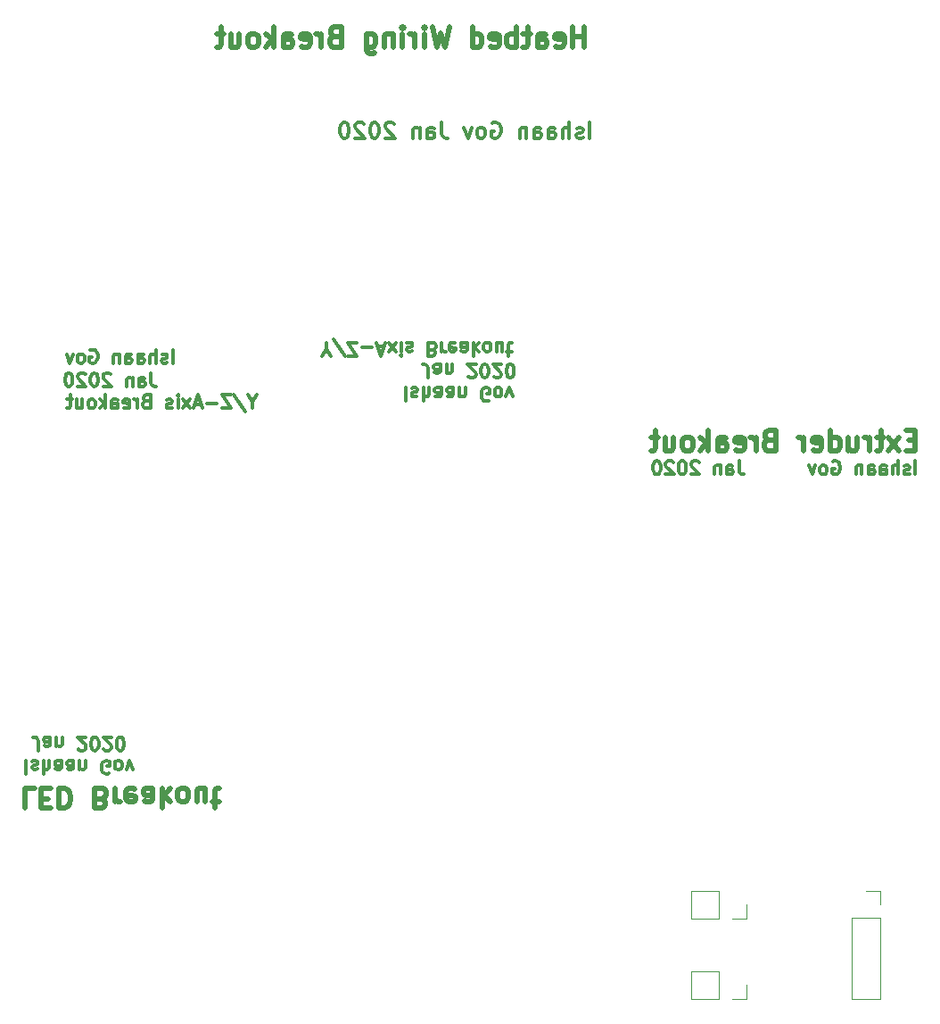
<source format=gbr>
%MOIN*%
%OFA0B0*%
%FSLAX46Y46*%
%IPPOS*%
%LPD*%
%ADD10C,0.0125*%
%ADD11C,0.018750000000000003*%
%ADD12C,0.25596850393700787*%
%ADD13C,0.16148031496062995*%
%ADD14R,0.15360629921259844X0.15360629921259844*%
%ADD15O,0.082740157480314963X0.070929133858267726*%
%ADD16C,0.0039370078740157488*%
%ADD17C,0.070929133858267726*%
%ADD18O,0.070929133858267726X0.080771653543307093*%
%ADD19C,0.086677165354330718*%
%ADD20R,0.086677165354330718X0.086677165354330718*%
%ADD21O,0.072000000000000008X0.072000000000000008*%
%ADD22R,0.072000000000000008X0.072000000000000008*%
%ADD33C,0.014763779527559057*%
%ADD34C,0.018750000000000003*%
%ADD35C,0.0039370078740157488*%
%ADD36C,0.24023622047244098*%
%ADD37C,0.12212598425196851*%
%ADD38C,0.4213385826771654*%
%ADD39O,0.082755905511811029X0.070944881889763792*%
%ADD40C,0.070944881889763792*%
%ADD41O,0.07201574803149606X0.07201574803149606*%
%ADD42R,0.07201574803149606X0.07201574803149606*%
%ADD43C,0.0125*%
%ADD44C,0.018750000000000003*%
%ADD45O,0.082755905511811029X0.070944881889763792*%
%ADD46C,0.0039370078740157488*%
%ADD47C,0.070944881889763792*%
%ADD48O,0.080787401574803158X0.070944881889763792*%
%ADD49O,0.07201574803149606X0.07201574803149606*%
%ADD50R,0.07201574803149606X0.07201574803149606*%
%ADD51C,0.4213385826771654*%
%ADD52C,0.0047244094488188976*%
%ADD53O,0.070929133858267726X0.070929133858267726*%
%ADD54R,0.070929133858267726X0.070929133858267726*%
%ADD55C,0.0039370078740157488*%
%ADD56C,0.0728976377952756*%
%ADD57C,0.09258267716535433*%
%ADD58C,0.047307086614173231*%
%ADD59C,0.0125*%
%ADD60O,0.082740157480314963X0.070929133858267726*%
%ADD61C,0.0039370078740157488*%
%ADD62C,0.070929133858267726*%
%ADD63O,0.080771653543307093X0.070929133858267726*%
%ADD64O,0.072000000000000008X0.072000000000000008*%
%ADD65R,0.072000000000000008X0.072000000000000008*%
%ADD66C,0.42132283464566928*%
%ADD67C,0.15163779527559057*%
%ADD68C,0.0728976377952756*%
%ADD69C,0.082740157480314963*%
%ADD70O,0.070929133858267726X0.070929133858267726*%
%ADD71R,0.070929133858267726X0.070929133858267726*%
%ADD72C,0.0125*%
%ADD73O,0.082740157480314963X0.070929133858267726*%
%ADD74C,0.0039370078740157488*%
%ADD75C,0.070929133858267726*%
%ADD76O,0.080771653543307093X0.070929133858267726*%
%ADD77O,0.072000000000000008X0.072000000000000008*%
%ADD78R,0.072000000000000008X0.072000000000000008*%
%ADD79C,0.42132283464566928*%
D10*
X0003796372Y0002071672D02*
X0003796372Y0002121672D01*
X0003774943Y0002074053D02*
X0003770181Y0002071672D01*
X0003760658Y0002071672D01*
X0003755896Y0002074053D01*
X0003753515Y0002078815D01*
X0003753515Y0002081196D01*
X0003755896Y0002085958D01*
X0003760658Y0002088338D01*
X0003767800Y0002088338D01*
X0003772562Y0002090719D01*
X0003774943Y0002095481D01*
X0003774943Y0002097862D01*
X0003772562Y0002102624D01*
X0003767800Y0002105005D01*
X0003760658Y0002105005D01*
X0003755896Y0002102624D01*
X0003732086Y0002071672D02*
X0003732086Y0002121672D01*
X0003710658Y0002071672D02*
X0003710658Y0002097862D01*
X0003713038Y0002102624D01*
X0003717800Y0002105005D01*
X0003724943Y0002105005D01*
X0003729705Y0002102624D01*
X0003732086Y0002100243D01*
X0003665419Y0002071672D02*
X0003665419Y0002097862D01*
X0003667800Y0002102624D01*
X0003672562Y0002105005D01*
X0003682086Y0002105005D01*
X0003686848Y0002102624D01*
X0003665419Y0002074053D02*
X0003670181Y0002071672D01*
X0003682086Y0002071672D01*
X0003686848Y0002074053D01*
X0003689229Y0002078815D01*
X0003689229Y0002083577D01*
X0003686848Y0002088338D01*
X0003682086Y0002090719D01*
X0003670181Y0002090719D01*
X0003665419Y0002093100D01*
X0003620181Y0002071672D02*
X0003620181Y0002097862D01*
X0003622562Y0002102624D01*
X0003627324Y0002105005D01*
X0003636848Y0002105005D01*
X0003641610Y0002102624D01*
X0003620181Y0002074053D02*
X0003624943Y0002071672D01*
X0003636848Y0002071672D01*
X0003641610Y0002074053D01*
X0003643991Y0002078815D01*
X0003643991Y0002083577D01*
X0003641610Y0002088338D01*
X0003636848Y0002090719D01*
X0003624943Y0002090719D01*
X0003620181Y0002093100D01*
X0003596372Y0002105005D02*
X0003596372Y0002071672D01*
X0003596372Y0002100243D02*
X0003593991Y0002102624D01*
X0003589229Y0002105005D01*
X0003582086Y0002105005D01*
X0003577324Y0002102624D01*
X0003574943Y0002097862D01*
X0003574943Y0002071672D01*
X0003486848Y0002119291D02*
X0003491610Y0002121672D01*
X0003498753Y0002121672D01*
X0003505896Y0002119291D01*
X0003510658Y0002114529D01*
X0003513038Y0002109767D01*
X0003515419Y0002100243D01*
X0003515419Y0002093100D01*
X0003513038Y0002083577D01*
X0003510658Y0002078815D01*
X0003505896Y0002074053D01*
X0003498753Y0002071672D01*
X0003493991Y0002071672D01*
X0003486848Y0002074053D01*
X0003484467Y0002076434D01*
X0003484467Y0002093100D01*
X0003493991Y0002093100D01*
X0003455896Y0002071672D02*
X0003460658Y0002074053D01*
X0003463038Y0002076434D01*
X0003465419Y0002081196D01*
X0003465419Y0002095481D01*
X0003463038Y0002100243D01*
X0003460658Y0002102624D01*
X0003455896Y0002105005D01*
X0003448753Y0002105005D01*
X0003443991Y0002102624D01*
X0003441610Y0002100243D01*
X0003439229Y0002095481D01*
X0003439229Y0002081196D01*
X0003441610Y0002076434D01*
X0003443991Y0002074053D01*
X0003448753Y0002071672D01*
X0003455896Y0002071672D01*
X0003422562Y0002105005D02*
X0003410658Y0002071672D01*
X0003398753Y0002105005D01*
X0003136848Y0002121672D02*
X0003136848Y0002085958D01*
X0003139229Y0002078815D01*
X0003143991Y0002074053D01*
X0003151134Y0002071672D01*
X0003155896Y0002071672D01*
X0003091610Y0002071672D02*
X0003091610Y0002097862D01*
X0003093991Y0002102624D01*
X0003098753Y0002105005D01*
X0003108277Y0002105005D01*
X0003113038Y0002102624D01*
X0003091610Y0002074053D02*
X0003096372Y0002071672D01*
X0003108277Y0002071672D01*
X0003113038Y0002074053D01*
X0003115419Y0002078815D01*
X0003115419Y0002083577D01*
X0003113038Y0002088338D01*
X0003108277Y0002090719D01*
X0003096372Y0002090719D01*
X0003091610Y0002093100D01*
X0003067800Y0002105005D02*
X0003067800Y0002071672D01*
X0003067800Y0002100243D02*
X0003065419Y0002102624D01*
X0003060658Y0002105005D01*
X0003053515Y0002105005D01*
X0003048753Y0002102624D01*
X0003046372Y0002097862D01*
X0003046372Y0002071672D01*
X0002986848Y0002116910D02*
X0002984467Y0002119291D01*
X0002979705Y0002121672D01*
X0002967800Y0002121672D01*
X0002963038Y0002119291D01*
X0002960658Y0002116910D01*
X0002958277Y0002112148D01*
X0002958277Y0002107386D01*
X0002960658Y0002100243D01*
X0002989229Y0002071672D01*
X0002958277Y0002071672D01*
X0002927324Y0002121672D02*
X0002922562Y0002121672D01*
X0002917800Y0002119291D01*
X0002915419Y0002116910D01*
X0002913038Y0002112148D01*
X0002910658Y0002102624D01*
X0002910658Y0002090719D01*
X0002913038Y0002081196D01*
X0002915419Y0002076434D01*
X0002917800Y0002074053D01*
X0002922562Y0002071672D01*
X0002927324Y0002071672D01*
X0002932086Y0002074053D01*
X0002934467Y0002076434D01*
X0002936848Y0002081196D01*
X0002939229Y0002090719D01*
X0002939229Y0002102624D01*
X0002936848Y0002112148D01*
X0002934467Y0002116910D01*
X0002932086Y0002119291D01*
X0002927324Y0002121672D01*
X0002891610Y0002116910D02*
X0002889229Y0002119291D01*
X0002884467Y0002121672D01*
X0002872562Y0002121672D01*
X0002867800Y0002119291D01*
X0002865419Y0002116910D01*
X0002863038Y0002112148D01*
X0002863038Y0002107386D01*
X0002865419Y0002100243D01*
X0002893991Y0002071672D01*
X0002863038Y0002071672D01*
X0002832086Y0002121672D02*
X0002827324Y0002121672D01*
X0002822562Y0002119291D01*
X0002820181Y0002116910D01*
X0002817800Y0002112148D01*
X0002815419Y0002102624D01*
X0002815419Y0002090719D01*
X0002817800Y0002081196D01*
X0002820181Y0002076434D01*
X0002822562Y0002074053D01*
X0002827324Y0002071672D01*
X0002832086Y0002071672D01*
X0002836848Y0002074053D01*
X0002839229Y0002076434D01*
X0002841610Y0002081196D01*
X0002843991Y0002090719D01*
X0002843991Y0002102624D01*
X0002841610Y0002112148D01*
X0002839229Y0002116910D01*
X0002836848Y0002119291D01*
X0002832086Y0002121672D01*
D11*
X0003796372Y0002199648D02*
X0003771372Y0002199648D01*
X0003760658Y0002160362D02*
X0003796372Y0002160362D01*
X0003796372Y0002235362D01*
X0003760658Y0002235362D01*
X0003735658Y0002160362D02*
X0003696372Y0002210362D01*
X0003735658Y0002210362D02*
X0003696372Y0002160362D01*
X0003678515Y0002210362D02*
X0003649943Y0002210362D01*
X0003667800Y0002235362D02*
X0003667800Y0002171077D01*
X0003664229Y0002163934D01*
X0003657086Y0002160362D01*
X0003649943Y0002160362D01*
X0003624943Y0002160362D02*
X0003624943Y0002210362D01*
X0003624943Y0002196077D02*
X0003621372Y0002203219D01*
X0003617800Y0002206791D01*
X0003610658Y0002210362D01*
X0003603515Y0002210362D01*
X0003546372Y0002210362D02*
X0003546372Y0002160362D01*
X0003578515Y0002210362D02*
X0003578515Y0002171077D01*
X0003574943Y0002163934D01*
X0003567800Y0002160362D01*
X0003557086Y0002160362D01*
X0003549943Y0002163934D01*
X0003546372Y0002167505D01*
X0003478515Y0002160362D02*
X0003478515Y0002235362D01*
X0003478515Y0002163934D02*
X0003485658Y0002160362D01*
X0003499943Y0002160362D01*
X0003507086Y0002163934D01*
X0003510658Y0002167505D01*
X0003514229Y0002174648D01*
X0003514229Y0002196077D01*
X0003510658Y0002203219D01*
X0003507086Y0002206791D01*
X0003499943Y0002210362D01*
X0003485658Y0002210362D01*
X0003478515Y0002206791D01*
X0003414229Y0002163934D02*
X0003421372Y0002160362D01*
X0003435658Y0002160362D01*
X0003442800Y0002163934D01*
X0003446372Y0002171077D01*
X0003446372Y0002199648D01*
X0003442800Y0002206791D01*
X0003435658Y0002210362D01*
X0003421372Y0002210362D01*
X0003414229Y0002206791D01*
X0003410658Y0002199648D01*
X0003410658Y0002192505D01*
X0003446372Y0002185362D01*
X0003378515Y0002160362D02*
X0003378515Y0002210362D01*
X0003378515Y0002196077D02*
X0003374943Y0002203219D01*
X0003371372Y0002206791D01*
X0003364229Y0002210362D01*
X0003357086Y0002210362D01*
X0003249943Y0002199648D02*
X0003239229Y0002196077D01*
X0003235658Y0002192505D01*
X0003232086Y0002185362D01*
X0003232086Y0002174648D01*
X0003235658Y0002167505D01*
X0003239229Y0002163934D01*
X0003246372Y0002160362D01*
X0003274943Y0002160362D01*
X0003274943Y0002235362D01*
X0003249943Y0002235362D01*
X0003242800Y0002231791D01*
X0003239229Y0002228219D01*
X0003235658Y0002221077D01*
X0003235658Y0002213934D01*
X0003239229Y0002206791D01*
X0003242800Y0002203219D01*
X0003249943Y0002199648D01*
X0003274943Y0002199648D01*
X0003199943Y0002160362D02*
X0003199943Y0002210362D01*
X0003199943Y0002196077D02*
X0003196372Y0002203219D01*
X0003192800Y0002206791D01*
X0003185658Y0002210362D01*
X0003178515Y0002210362D01*
X0003124943Y0002163934D02*
X0003132086Y0002160362D01*
X0003146372Y0002160362D01*
X0003153515Y0002163934D01*
X0003157086Y0002171077D01*
X0003157086Y0002199648D01*
X0003153515Y0002206791D01*
X0003146372Y0002210362D01*
X0003132086Y0002210362D01*
X0003124943Y0002206791D01*
X0003121372Y0002199648D01*
X0003121372Y0002192505D01*
X0003157086Y0002185362D01*
X0003057086Y0002160362D02*
X0003057086Y0002199648D01*
X0003060658Y0002206791D01*
X0003067800Y0002210362D01*
X0003082086Y0002210362D01*
X0003089229Y0002206791D01*
X0003057086Y0002163934D02*
X0003064229Y0002160362D01*
X0003082086Y0002160362D01*
X0003089229Y0002163934D01*
X0003092800Y0002171077D01*
X0003092800Y0002178219D01*
X0003089229Y0002185362D01*
X0003082086Y0002188934D01*
X0003064229Y0002188934D01*
X0003057086Y0002192505D01*
X0003021372Y0002160362D02*
X0003021372Y0002235362D01*
X0003014229Y0002188934D02*
X0002992800Y0002160362D01*
X0002992800Y0002210362D02*
X0003021372Y0002181791D01*
X0002949943Y0002160362D02*
X0002957086Y0002163934D01*
X0002960658Y0002167505D01*
X0002964229Y0002174648D01*
X0002964229Y0002196077D01*
X0002960658Y0002203219D01*
X0002957086Y0002206791D01*
X0002949943Y0002210362D01*
X0002939229Y0002210362D01*
X0002932086Y0002206791D01*
X0002928515Y0002203219D01*
X0002924943Y0002196077D01*
X0002924943Y0002174648D01*
X0002928515Y0002167505D01*
X0002932086Y0002163934D01*
X0002939229Y0002160362D01*
X0002949943Y0002160362D01*
X0002860658Y0002210362D02*
X0002860658Y0002160362D01*
X0002892800Y0002210362D02*
X0002892800Y0002171077D01*
X0002889229Y0002163934D01*
X0002882086Y0002160362D01*
X0002871372Y0002160362D01*
X0002864229Y0002163934D01*
X0002860658Y0002167505D01*
X0002835658Y0002210362D02*
X0002807086Y0002210362D01*
X0002824943Y0002235362D02*
X0002824943Y0002171077D01*
X0002821372Y0002163934D01*
X0002814229Y0002160362D01*
X0002807086Y0002160362D01*
%LPC*%
D12*
X0003661417Y0002421259D03*
X0002952755Y0002421259D03*
D13*
X0002885236Y0001369291D03*
D14*
X0003082086Y0001369291D03*
D15*
X0003432086Y0001092716D03*
D16*
G36*
X0003464048Y0001029705D02*
G01*
X0003465060Y0001029555D01*
X0003466053Y0001029306D01*
X0003467017Y0001028961D01*
X0003467942Y0001028524D01*
X0003468820Y0001027997D01*
X0003469643Y0001027388D01*
X0003470401Y0001026700D01*
X0003471089Y0001025942D01*
X0003471698Y0001025120D01*
X0003472225Y0001024242D01*
X0003472662Y0001023316D01*
X0003473007Y0001022353D01*
X0003473256Y0001021360D01*
X0003473406Y0001020347D01*
X0003473456Y0001019325D01*
X0003473456Y0000969257D01*
X0003473406Y0000968235D01*
X0003473256Y0000967222D01*
X0003473007Y0000966229D01*
X0003472662Y0000965265D01*
X0003472225Y0000964340D01*
X0003471698Y0000963462D01*
X0003471089Y0000962640D01*
X0003470401Y0000961881D01*
X0003469643Y0000961194D01*
X0003468820Y0000960584D01*
X0003467942Y0000960058D01*
X0003467017Y0000959620D01*
X0003466053Y0000959275D01*
X0003465060Y0000959027D01*
X0003464048Y0000958877D01*
X0003463025Y0000958826D01*
X0003401147Y0000958826D01*
X0003400124Y0000958877D01*
X0003399112Y0000959027D01*
X0003398119Y0000959275D01*
X0003397155Y0000959620D01*
X0003396230Y0000960058D01*
X0003395352Y0000960584D01*
X0003394530Y0000961194D01*
X0003393771Y0000961881D01*
X0003393084Y0000962640D01*
X0003392474Y0000963462D01*
X0003391948Y0000964340D01*
X0003391510Y0000965265D01*
X0003391165Y0000966229D01*
X0003390916Y0000967222D01*
X0003390766Y0000968235D01*
X0003390716Y0000969257D01*
X0003390716Y0001019325D01*
X0003390766Y0001020347D01*
X0003390916Y0001021360D01*
X0003391165Y0001022353D01*
X0003391510Y0001023316D01*
X0003391948Y0001024242D01*
X0003392474Y0001025120D01*
X0003393084Y0001025942D01*
X0003393771Y0001026700D01*
X0003394530Y0001027388D01*
X0003395352Y0001027997D01*
X0003396230Y0001028524D01*
X0003397155Y0001028961D01*
X0003398119Y0001029306D01*
X0003399112Y0001029555D01*
X0003400124Y0001029705D01*
X0003401147Y0001029755D01*
X0003463025Y0001029755D01*
X0003464048Y0001029705D01*
X0003464048Y0001029705D01*
G37*
D17*
X0003432086Y0000994291D03*
D15*
X0003707086Y0001092716D03*
D16*
G36*
X0003739048Y0001029705D02*
G01*
X0003740060Y0001029555D01*
X0003741053Y0001029306D01*
X0003742017Y0001028961D01*
X0003742942Y0001028524D01*
X0003743820Y0001027997D01*
X0003744643Y0001027388D01*
X0003745401Y0001026700D01*
X0003746089Y0001025942D01*
X0003746698Y0001025120D01*
X0003747225Y0001024242D01*
X0003747662Y0001023316D01*
X0003748007Y0001022353D01*
X0003748256Y0001021360D01*
X0003748406Y0001020347D01*
X0003748456Y0001019325D01*
X0003748456Y0000969257D01*
X0003748406Y0000968235D01*
X0003748256Y0000967222D01*
X0003748007Y0000966229D01*
X0003747662Y0000965265D01*
X0003747225Y0000964340D01*
X0003746698Y0000963462D01*
X0003746089Y0000962640D01*
X0003745401Y0000961881D01*
X0003744643Y0000961194D01*
X0003743820Y0000960584D01*
X0003742942Y0000960058D01*
X0003742017Y0000959620D01*
X0003741053Y0000959275D01*
X0003740060Y0000959027D01*
X0003739048Y0000958877D01*
X0003738025Y0000958826D01*
X0003676147Y0000958826D01*
X0003675124Y0000958877D01*
X0003674112Y0000959027D01*
X0003673119Y0000959275D01*
X0003672155Y0000959620D01*
X0003671230Y0000960058D01*
X0003670352Y0000960584D01*
X0003669530Y0000961194D01*
X0003668771Y0000961881D01*
X0003668084Y0000962640D01*
X0003667474Y0000963462D01*
X0003666948Y0000964340D01*
X0003666510Y0000965265D01*
X0003666165Y0000966229D01*
X0003665916Y0000967222D01*
X0003665766Y0000968235D01*
X0003665716Y0000969257D01*
X0003665716Y0001019325D01*
X0003665766Y0001020347D01*
X0003665916Y0001021360D01*
X0003666165Y0001022353D01*
X0003666510Y0001023316D01*
X0003666948Y0001024242D01*
X0003667474Y0001025120D01*
X0003668084Y0001025942D01*
X0003668771Y0001026700D01*
X0003669530Y0001027388D01*
X0003670352Y0001027997D01*
X0003671230Y0001028524D01*
X0003672155Y0001028961D01*
X0003673119Y0001029306D01*
X0003674112Y0001029555D01*
X0003675124Y0001029705D01*
X0003676147Y0001029755D01*
X0003738025Y0001029755D01*
X0003739048Y0001029705D01*
X0003739048Y0001029705D01*
G37*
D17*
X0003707086Y0000994291D03*
D15*
X0003157086Y0001092716D03*
D16*
G36*
X0003189048Y0001029705D02*
G01*
X0003190060Y0001029555D01*
X0003191053Y0001029306D01*
X0003192017Y0001028961D01*
X0003192942Y0001028524D01*
X0003193820Y0001027997D01*
X0003194643Y0001027388D01*
X0003195401Y0001026700D01*
X0003196089Y0001025942D01*
X0003196698Y0001025120D01*
X0003197225Y0001024242D01*
X0003197662Y0001023316D01*
X0003198007Y0001022353D01*
X0003198256Y0001021360D01*
X0003198406Y0001020347D01*
X0003198456Y0001019325D01*
X0003198456Y0000969257D01*
X0003198406Y0000968235D01*
X0003198256Y0000967222D01*
X0003198007Y0000966229D01*
X0003197662Y0000965265D01*
X0003197225Y0000964340D01*
X0003196698Y0000963462D01*
X0003196089Y0000962640D01*
X0003195401Y0000961881D01*
X0003194643Y0000961194D01*
X0003193820Y0000960584D01*
X0003192942Y0000960058D01*
X0003192017Y0000959620D01*
X0003191053Y0000959275D01*
X0003190060Y0000959027D01*
X0003189048Y0000958877D01*
X0003188025Y0000958826D01*
X0003126147Y0000958826D01*
X0003125124Y0000958877D01*
X0003124112Y0000959027D01*
X0003123119Y0000959275D01*
X0003122155Y0000959620D01*
X0003121230Y0000960058D01*
X0003120352Y0000960584D01*
X0003119530Y0000961194D01*
X0003118771Y0000961881D01*
X0003118084Y0000962640D01*
X0003117474Y0000963462D01*
X0003116948Y0000964340D01*
X0003116510Y0000965265D01*
X0003116165Y0000966229D01*
X0003115916Y0000967222D01*
X0003115766Y0000968235D01*
X0003115716Y0000969257D01*
X0003115716Y0001019325D01*
X0003115766Y0001020347D01*
X0003115916Y0001021360D01*
X0003116165Y0001022353D01*
X0003116510Y0001023316D01*
X0003116948Y0001024242D01*
X0003117474Y0001025120D01*
X0003118084Y0001025942D01*
X0003118771Y0001026700D01*
X0003119530Y0001027388D01*
X0003120352Y0001027997D01*
X0003121230Y0001028524D01*
X0003122155Y0001028961D01*
X0003123119Y0001029306D01*
X0003124112Y0001029555D01*
X0003125124Y0001029705D01*
X0003126147Y0001029755D01*
X0003188025Y0001029755D01*
X0003189048Y0001029705D01*
X0003189048Y0001029705D01*
G37*
D17*
X0003157086Y0000994291D03*
D18*
X0003436811Y0001344291D03*
X0003535236Y0001344291D03*
X0003633661Y0001344291D03*
D16*
G36*
X0003758142Y0001384626D02*
G01*
X0003759155Y0001384476D01*
X0003760148Y0001384228D01*
X0003761112Y0001383883D01*
X0003762037Y0001383445D01*
X0003762915Y0001382919D01*
X0003763737Y0001382309D01*
X0003764496Y0001381622D01*
X0003765183Y0001380863D01*
X0003765793Y0001380041D01*
X0003766319Y0001379163D01*
X0003766757Y0001378238D01*
X0003767102Y0001377274D01*
X0003767350Y0001376281D01*
X0003767500Y0001375268D01*
X0003767551Y0001374246D01*
X0003767551Y0001314336D01*
X0003767500Y0001313313D01*
X0003767350Y0001312301D01*
X0003767102Y0001311308D01*
X0003766757Y0001310344D01*
X0003766319Y0001309419D01*
X0003765793Y0001308541D01*
X0003765183Y0001307719D01*
X0003764496Y0001306960D01*
X0003763737Y0001306273D01*
X0003762915Y0001305663D01*
X0003762037Y0001305137D01*
X0003761112Y0001304699D01*
X0003760148Y0001304354D01*
X0003759155Y0001304105D01*
X0003758142Y0001303955D01*
X0003757120Y0001303905D01*
X0003707052Y0001303905D01*
X0003706030Y0001303955D01*
X0003705017Y0001304105D01*
X0003704024Y0001304354D01*
X0003703061Y0001304699D01*
X0003702135Y0001305137D01*
X0003701257Y0001305663D01*
X0003700435Y0001306273D01*
X0003699677Y0001306960D01*
X0003698989Y0001307719D01*
X0003698379Y0001308541D01*
X0003697853Y0001309419D01*
X0003697416Y0001310344D01*
X0003697071Y0001311308D01*
X0003696822Y0001312301D01*
X0003696672Y0001313313D01*
X0003696622Y0001314336D01*
X0003696622Y0001374246D01*
X0003696672Y0001375268D01*
X0003696822Y0001376281D01*
X0003697071Y0001377274D01*
X0003697416Y0001378238D01*
X0003697853Y0001379163D01*
X0003698379Y0001380041D01*
X0003698989Y0001380863D01*
X0003699677Y0001381622D01*
X0003700435Y0001382309D01*
X0003701257Y0001382919D01*
X0003702135Y0001383445D01*
X0003703061Y0001383883D01*
X0003704024Y0001384228D01*
X0003705017Y0001384476D01*
X0003706030Y0001384626D01*
X0003707052Y0001384677D01*
X0003757120Y0001384677D01*
X0003758142Y0001384626D01*
X0003758142Y0001384626D01*
G37*
D17*
X0003732086Y0001344291D03*
D19*
X0002882086Y0000994291D03*
D20*
X0002882086Y0001094291D03*
D21*
X0002957086Y0001814173D03*
X0002957086Y0001914173D03*
X0003057086Y0001814173D03*
X0003057086Y0001914173D03*
X0003157086Y0001814173D03*
X0003157086Y0001914173D03*
X0003257086Y0001814173D03*
X0003257086Y0001914173D03*
X0003357086Y0001814173D03*
X0003357086Y0001914173D03*
X0003457086Y0001814173D03*
X0003457086Y0001914173D03*
X0003557086Y0001814173D03*
X0003557086Y0001914173D03*
X0003657086Y0001814173D03*
D22*
X0003657086Y0001914173D03*
G04 next file*
%LPD*%
G04 #@! TF.GenerationSoftware,KiCad,Pcbnew,(5.1.4)-1*
G04 #@! TF.CreationDate,2020-03-27T16:01:53-04:00*
G04 #@! TF.ProjectId,heatbed_breakout,68656174-6265-4645-9f62-7265616b6f75,rev?*
G04 #@! TF.SameCoordinates,PX8b91fb0PY68e7780*
G04 #@! TF.FileFunction,Legend,Bot*
G04 #@! TF.FilePolarity,Positive*
G04 Gerber Fmt 4.6, Leading zero omitted, Abs format (unit mm)*
G04 Created by KiCad (PCBNEW (5.1.4)-1) date 2020-03-27 16:01:53*
G04 APERTURE LIST*
G04 APERTURE END LIST*
D33*
X0002578796Y0003327221D02*
X0002578796Y0003386276D01*
X0002553487Y0003330033D02*
X0002547862Y0003327221D01*
X0002536614Y0003327221D01*
X0002530989Y0003330033D01*
X0002528177Y0003335658D01*
X0002528177Y0003338470D01*
X0002530989Y0003344094D01*
X0002536614Y0003346906D01*
X0002545050Y0003346906D01*
X0002550674Y0003349718D01*
X0002553487Y0003355343D01*
X0002553487Y0003358155D01*
X0002550674Y0003363779D01*
X0002545050Y0003366591D01*
X0002536614Y0003366591D01*
X0002530989Y0003363779D01*
X0002502868Y0003327221D02*
X0002502868Y0003386276D01*
X0002477559Y0003327221D02*
X0002477559Y0003358155D01*
X0002480371Y0003363779D01*
X0002485995Y0003366591D01*
X0002494431Y0003366591D01*
X0002500056Y0003363779D01*
X0002502868Y0003360967D01*
X0002424128Y0003327221D02*
X0002424128Y0003358155D01*
X0002426940Y0003363779D01*
X0002432564Y0003366591D01*
X0002443813Y0003366591D01*
X0002449437Y0003363779D01*
X0002424128Y0003330033D02*
X0002429752Y0003327221D01*
X0002443813Y0003327221D01*
X0002449437Y0003330033D01*
X0002452249Y0003335658D01*
X0002452249Y0003341282D01*
X0002449437Y0003346906D01*
X0002443813Y0003349718D01*
X0002429752Y0003349718D01*
X0002424128Y0003352530D01*
X0002370697Y0003327221D02*
X0002370697Y0003358155D01*
X0002373509Y0003363779D01*
X0002379133Y0003366591D01*
X0002390382Y0003366591D01*
X0002396006Y0003363779D01*
X0002370697Y0003330033D02*
X0002376321Y0003327221D01*
X0002390382Y0003327221D01*
X0002396006Y0003330033D01*
X0002398818Y0003335658D01*
X0002398818Y0003341282D01*
X0002396006Y0003346906D01*
X0002390382Y0003349718D01*
X0002376321Y0003349718D01*
X0002370697Y0003352530D01*
X0002342575Y0003366591D02*
X0002342575Y0003327221D01*
X0002342575Y0003360967D02*
X0002339763Y0003363779D01*
X0002334139Y0003366591D01*
X0002325703Y0003366591D01*
X0002320078Y0003363779D01*
X0002317266Y0003358155D01*
X0002317266Y0003327221D01*
X0002213217Y0003383464D02*
X0002218841Y0003386276D01*
X0002227277Y0003386276D01*
X0002235714Y0003383464D01*
X0002241338Y0003377840D01*
X0002244150Y0003372215D01*
X0002246962Y0003360967D01*
X0002246962Y0003352530D01*
X0002244150Y0003341282D01*
X0002241338Y0003335658D01*
X0002235714Y0003330033D01*
X0002227277Y0003327221D01*
X0002221653Y0003327221D01*
X0002213217Y0003330033D01*
X0002210404Y0003332845D01*
X0002210404Y0003352530D01*
X0002221653Y0003352530D01*
X0002176659Y0003327221D02*
X0002182283Y0003330033D01*
X0002185095Y0003332845D01*
X0002187907Y0003338470D01*
X0002187907Y0003355343D01*
X0002185095Y0003360967D01*
X0002182283Y0003363779D01*
X0002176659Y0003366591D01*
X0002168222Y0003366591D01*
X0002162598Y0003363779D01*
X0002159786Y0003360967D01*
X0002156974Y0003355343D01*
X0002156974Y0003338470D01*
X0002159786Y0003332845D01*
X0002162598Y0003330033D01*
X0002168222Y0003327221D01*
X0002176659Y0003327221D01*
X0002137289Y0003366591D02*
X0002123228Y0003327221D01*
X0002109167Y0003366591D01*
X0002024803Y0003386276D02*
X0002024803Y0003344094D01*
X0002027615Y0003335658D01*
X0002033239Y0003330033D01*
X0002041676Y0003327221D01*
X0002047300Y0003327221D01*
X0001971372Y0003327221D02*
X0001971372Y0003358155D01*
X0001974184Y0003363779D01*
X0001979808Y0003366591D01*
X0001991057Y0003366591D01*
X0001996681Y0003363779D01*
X0001971372Y0003330033D02*
X0001976996Y0003327221D01*
X0001991057Y0003327221D01*
X0001996681Y0003330033D01*
X0001999493Y0003335658D01*
X0001999493Y0003341282D01*
X0001996681Y0003346906D01*
X0001991057Y0003349718D01*
X0001976996Y0003349718D01*
X0001971372Y0003352530D01*
X0001943250Y0003366591D02*
X0001943250Y0003327221D01*
X0001943250Y0003360967D02*
X0001940438Y0003363779D01*
X0001934814Y0003366591D01*
X0001926377Y0003366591D01*
X0001920753Y0003363779D01*
X0001917941Y0003358155D01*
X0001917941Y0003327221D01*
X0001847637Y0003380652D02*
X0001844825Y0003383464D01*
X0001839201Y0003386276D01*
X0001825140Y0003386276D01*
X0001819516Y0003383464D01*
X0001816704Y0003380652D01*
X0001813892Y0003375028D01*
X0001813892Y0003369403D01*
X0001816704Y0003360967D01*
X0001850449Y0003327221D01*
X0001813892Y0003327221D01*
X0001777334Y0003386276D02*
X0001771709Y0003386276D01*
X0001766085Y0003383464D01*
X0001763273Y0003380652D01*
X0001760461Y0003375028D01*
X0001757649Y0003363779D01*
X0001757649Y0003349718D01*
X0001760461Y0003338470D01*
X0001763273Y0003332845D01*
X0001766085Y0003330033D01*
X0001771709Y0003327221D01*
X0001777334Y0003327221D01*
X0001782958Y0003330033D01*
X0001785770Y0003332845D01*
X0001788582Y0003338470D01*
X0001791394Y0003349718D01*
X0001791394Y0003363779D01*
X0001788582Y0003375028D01*
X0001785770Y0003380652D01*
X0001782958Y0003383464D01*
X0001777334Y0003386276D01*
X0001735151Y0003380652D02*
X0001732339Y0003383464D01*
X0001726715Y0003386276D01*
X0001712654Y0003386276D01*
X0001707030Y0003383464D01*
X0001704218Y0003380652D01*
X0001701406Y0003375028D01*
X0001701406Y0003369403D01*
X0001704218Y0003360967D01*
X0001737963Y0003327221D01*
X0001701406Y0003327221D01*
X0001664848Y0003386276D02*
X0001659223Y0003386276D01*
X0001653599Y0003383464D01*
X0001650787Y0003380652D01*
X0001647975Y0003375028D01*
X0001645163Y0003363779D01*
X0001645163Y0003349718D01*
X0001647975Y0003338470D01*
X0001650787Y0003332845D01*
X0001653599Y0003330033D01*
X0001659223Y0003327221D01*
X0001664848Y0003327221D01*
X0001670472Y0003330033D01*
X0001673284Y0003332845D01*
X0001676096Y0003338470D01*
X0001678908Y0003349718D01*
X0001678908Y0003363779D01*
X0001676096Y0003375028D01*
X0001673284Y0003380652D01*
X0001670472Y0003383464D01*
X0001664848Y0003386276D01*
D34*
X0002558127Y0003666858D02*
X0002558127Y0003741858D01*
X0002558127Y0003706144D02*
X0002515269Y0003706144D01*
X0002515269Y0003666858D02*
X0002515269Y0003741858D01*
X0002450984Y0003670430D02*
X0002458127Y0003666858D01*
X0002472412Y0003666858D01*
X0002479555Y0003670430D01*
X0002483127Y0003677573D01*
X0002483127Y0003706144D01*
X0002479555Y0003713287D01*
X0002472412Y0003716858D01*
X0002458127Y0003716858D01*
X0002450984Y0003713287D01*
X0002447412Y0003706144D01*
X0002447412Y0003699001D01*
X0002483127Y0003691858D01*
X0002383127Y0003666858D02*
X0002383127Y0003706144D01*
X0002386698Y0003713287D01*
X0002393841Y0003716858D01*
X0002408127Y0003716858D01*
X0002415269Y0003713287D01*
X0002383127Y0003670430D02*
X0002390269Y0003666858D01*
X0002408127Y0003666858D01*
X0002415269Y0003670430D01*
X0002418841Y0003677573D01*
X0002418841Y0003684715D01*
X0002415269Y0003691858D01*
X0002408127Y0003695430D01*
X0002390269Y0003695430D01*
X0002383127Y0003699001D01*
X0002358127Y0003716858D02*
X0002329555Y0003716858D01*
X0002347412Y0003741858D02*
X0002347412Y0003677573D01*
X0002343841Y0003670430D01*
X0002336698Y0003666858D01*
X0002329555Y0003666858D01*
X0002304555Y0003666858D02*
X0002304555Y0003741858D01*
X0002304555Y0003713287D02*
X0002297412Y0003716858D01*
X0002283127Y0003716858D01*
X0002275984Y0003713287D01*
X0002272412Y0003709715D01*
X0002268841Y0003702573D01*
X0002268841Y0003681144D01*
X0002272412Y0003674001D01*
X0002275984Y0003670430D01*
X0002283127Y0003666858D01*
X0002297412Y0003666858D01*
X0002304555Y0003670430D01*
X0002208127Y0003670430D02*
X0002215269Y0003666858D01*
X0002229555Y0003666858D01*
X0002236698Y0003670430D01*
X0002240269Y0003677573D01*
X0002240269Y0003706144D01*
X0002236698Y0003713287D01*
X0002229555Y0003716858D01*
X0002215269Y0003716858D01*
X0002208127Y0003713287D01*
X0002204555Y0003706144D01*
X0002204555Y0003699001D01*
X0002240269Y0003691858D01*
X0002140269Y0003666858D02*
X0002140269Y0003741858D01*
X0002140269Y0003670430D02*
X0002147412Y0003666858D01*
X0002161698Y0003666858D01*
X0002168841Y0003670430D01*
X0002172412Y0003674001D01*
X0002175984Y0003681144D01*
X0002175984Y0003702573D01*
X0002172412Y0003709715D01*
X0002168841Y0003713287D01*
X0002161698Y0003716858D01*
X0002147412Y0003716858D01*
X0002140269Y0003713287D01*
X0002054555Y0003741858D02*
X0002036698Y0003666858D01*
X0002022412Y0003720430D01*
X0002008127Y0003666858D01*
X0001990269Y0003741858D01*
X0001961698Y0003666858D02*
X0001961698Y0003716858D01*
X0001961698Y0003741858D02*
X0001965269Y0003738287D01*
X0001961698Y0003734715D01*
X0001958127Y0003738287D01*
X0001961698Y0003741858D01*
X0001961698Y0003734715D01*
X0001925984Y0003666858D02*
X0001925984Y0003716858D01*
X0001925984Y0003702573D02*
X0001922412Y0003709715D01*
X0001918841Y0003713287D01*
X0001911698Y0003716858D01*
X0001904555Y0003716858D01*
X0001879555Y0003666858D02*
X0001879555Y0003716858D01*
X0001879555Y0003741858D02*
X0001883127Y0003738287D01*
X0001879555Y0003734715D01*
X0001875984Y0003738287D01*
X0001879555Y0003741858D01*
X0001879555Y0003734715D01*
X0001843841Y0003716858D02*
X0001843841Y0003666858D01*
X0001843841Y0003709715D02*
X0001840269Y0003713287D01*
X0001833127Y0003716858D01*
X0001822412Y0003716858D01*
X0001815269Y0003713287D01*
X0001811698Y0003706144D01*
X0001811698Y0003666858D01*
X0001743841Y0003716858D02*
X0001743841Y0003656144D01*
X0001747412Y0003649001D01*
X0001750984Y0003645430D01*
X0001758127Y0003641858D01*
X0001768841Y0003641858D01*
X0001775984Y0003645430D01*
X0001743841Y0003670430D02*
X0001750984Y0003666858D01*
X0001765269Y0003666858D01*
X0001772412Y0003670430D01*
X0001775984Y0003674001D01*
X0001779555Y0003681144D01*
X0001779555Y0003702573D01*
X0001775984Y0003709715D01*
X0001772412Y0003713287D01*
X0001765269Y0003716858D01*
X0001750984Y0003716858D01*
X0001743841Y0003713287D01*
X0001625984Y0003706144D02*
X0001615269Y0003702573D01*
X0001611698Y0003699001D01*
X0001608127Y0003691858D01*
X0001608127Y0003681144D01*
X0001611698Y0003674001D01*
X0001615269Y0003670430D01*
X0001622412Y0003666858D01*
X0001650984Y0003666858D01*
X0001650984Y0003741858D01*
X0001625984Y0003741858D01*
X0001618841Y0003738287D01*
X0001615269Y0003734715D01*
X0001611698Y0003727573D01*
X0001611698Y0003720430D01*
X0001615269Y0003713287D01*
X0001618841Y0003709715D01*
X0001625984Y0003706144D01*
X0001650984Y0003706144D01*
X0001575984Y0003666858D02*
X0001575984Y0003716858D01*
X0001575984Y0003702573D02*
X0001572412Y0003709715D01*
X0001568841Y0003713287D01*
X0001561698Y0003716858D01*
X0001554555Y0003716858D01*
X0001500984Y0003670430D02*
X0001508127Y0003666858D01*
X0001522412Y0003666858D01*
X0001529555Y0003670430D01*
X0001533127Y0003677573D01*
X0001533127Y0003706144D01*
X0001529555Y0003713287D01*
X0001522412Y0003716858D01*
X0001508127Y0003716858D01*
X0001500984Y0003713287D01*
X0001497412Y0003706144D01*
X0001497412Y0003699001D01*
X0001533127Y0003691858D01*
X0001433127Y0003666858D02*
X0001433127Y0003706144D01*
X0001436698Y0003713287D01*
X0001443841Y0003716858D01*
X0001458127Y0003716858D01*
X0001465269Y0003713287D01*
X0001433127Y0003670430D02*
X0001440269Y0003666858D01*
X0001458127Y0003666858D01*
X0001465269Y0003670430D01*
X0001468841Y0003677573D01*
X0001468841Y0003684715D01*
X0001465269Y0003691858D01*
X0001458127Y0003695430D01*
X0001440269Y0003695430D01*
X0001433127Y0003699001D01*
X0001397412Y0003666858D02*
X0001397412Y0003741858D01*
X0001390269Y0003695430D02*
X0001368841Y0003666858D01*
X0001368841Y0003716858D02*
X0001397412Y0003688287D01*
X0001325984Y0003666858D02*
X0001333127Y0003670430D01*
X0001336698Y0003674001D01*
X0001340269Y0003681144D01*
X0001340269Y0003702573D01*
X0001336698Y0003709715D01*
X0001333127Y0003713287D01*
X0001325984Y0003716858D01*
X0001315269Y0003716858D01*
X0001308127Y0003713287D01*
X0001304555Y0003709715D01*
X0001300984Y0003702573D01*
X0001300984Y0003681144D01*
X0001304555Y0003674001D01*
X0001308127Y0003670430D01*
X0001315269Y0003666858D01*
X0001325984Y0003666858D01*
X0001236698Y0003716858D02*
X0001236698Y0003666858D01*
X0001268841Y0003716858D02*
X0001268841Y0003677573D01*
X0001265269Y0003670430D01*
X0001258127Y0003666858D01*
X0001247412Y0003666858D01*
X0001240269Y0003670430D01*
X0001236698Y0003674001D01*
X0001211698Y0003716858D02*
X0001183127Y0003716858D01*
X0001200984Y0003741858D02*
X0001200984Y0003677573D01*
X0001197412Y0003670430D01*
X0001190269Y0003666858D01*
X0001183127Y0003666858D01*
%LPC*%
D35*
G36*
X0003011835Y0003764687D02*
G01*
X0003014167Y0003764341D01*
X0003016454Y0003763768D01*
X0003018673Y0003762974D01*
X0003020804Y0003761966D01*
X0003022827Y0003760754D01*
X0003024720Y0003759350D01*
X0003026467Y0003757766D01*
X0003028050Y0003756019D01*
X0003029455Y0003754126D01*
X0003030667Y0003752104D01*
X0003031675Y0003749972D01*
X0003032469Y0003747753D01*
X0003033042Y0003745466D01*
X0003033388Y0003743134D01*
X0003033503Y0003740779D01*
X0003033503Y0003548590D01*
X0003033388Y0003546235D01*
X0003033042Y0003543903D01*
X0003032469Y0003541616D01*
X0003031675Y0003539397D01*
X0003030667Y0003537265D01*
X0003029455Y0003535243D01*
X0003028050Y0003533350D01*
X0003026467Y0003531603D01*
X0003024720Y0003530020D01*
X0003022827Y0003528615D01*
X0003020804Y0003527403D01*
X0003018673Y0003526395D01*
X0003016454Y0003525601D01*
X0003014167Y0003525028D01*
X0003011835Y0003524682D01*
X0003009480Y0003524566D01*
X0002817291Y0003524566D01*
X0002814936Y0003524682D01*
X0002812604Y0003525028D01*
X0002810317Y0003525601D01*
X0002808097Y0003526395D01*
X0002805966Y0003527403D01*
X0002803944Y0003528615D01*
X0002802050Y0003530020D01*
X0002800304Y0003531603D01*
X0002798720Y0003533350D01*
X0002797316Y0003535243D01*
X0002796104Y0003537265D01*
X0002795096Y0003539397D01*
X0002794302Y0003541616D01*
X0002793729Y0003543903D01*
X0002793383Y0003546235D01*
X0002793267Y0003548590D01*
X0002793267Y0003740779D01*
X0002793383Y0003743134D01*
X0002793729Y0003745466D01*
X0002794302Y0003747753D01*
X0002795096Y0003749972D01*
X0002796104Y0003752104D01*
X0002797316Y0003754126D01*
X0002798720Y0003756019D01*
X0002800304Y0003757766D01*
X0002802050Y0003759350D01*
X0002803944Y0003760754D01*
X0002805966Y0003761966D01*
X0002808097Y0003762974D01*
X0002810317Y0003763768D01*
X0002812604Y0003764341D01*
X0002814936Y0003764687D01*
X0002817291Y0003764803D01*
X0003009480Y0003764803D01*
X0003011835Y0003764687D01*
X0003011835Y0003764687D01*
G37*
D36*
X0002913385Y0003644685D03*
D35*
G36*
X0003011835Y0003483191D02*
G01*
X0003014167Y0003482845D01*
X0003016454Y0003482272D01*
X0003018673Y0003481478D01*
X0003020804Y0003480470D01*
X0003022827Y0003479258D01*
X0003024720Y0003477853D01*
X0003026467Y0003476270D01*
X0003028050Y0003474523D01*
X0003029455Y0003472630D01*
X0003030667Y0003470608D01*
X0003031675Y0003468476D01*
X0003032469Y0003466257D01*
X0003033042Y0003463970D01*
X0003033388Y0003461638D01*
X0003033503Y0003459283D01*
X0003033503Y0003267094D01*
X0003033388Y0003264739D01*
X0003033042Y0003262407D01*
X0003032469Y0003260120D01*
X0003031675Y0003257901D01*
X0003030667Y0003255769D01*
X0003029455Y0003253747D01*
X0003028050Y0003251854D01*
X0003026467Y0003250107D01*
X0003024720Y0003248523D01*
X0003022827Y0003247119D01*
X0003020804Y0003245907D01*
X0003018673Y0003244899D01*
X0003016454Y0003244105D01*
X0003014167Y0003243532D01*
X0003011835Y0003243186D01*
X0003009480Y0003243070D01*
X0002817291Y0003243070D01*
X0002814936Y0003243186D01*
X0002812604Y0003243532D01*
X0002810317Y0003244105D01*
X0002808097Y0003244899D01*
X0002805966Y0003245907D01*
X0002803944Y0003247119D01*
X0002802050Y0003248523D01*
X0002800304Y0003250107D01*
X0002798720Y0003251854D01*
X0002797316Y0003253747D01*
X0002796104Y0003255769D01*
X0002795096Y0003257901D01*
X0002794302Y0003260120D01*
X0002793729Y0003262407D01*
X0002793383Y0003264739D01*
X0002793267Y0003267094D01*
X0002793267Y0003459283D01*
X0002793383Y0003461638D01*
X0002793729Y0003463970D01*
X0002794302Y0003466257D01*
X0002795096Y0003468476D01*
X0002796104Y0003470608D01*
X0002797316Y0003472630D01*
X0002798720Y0003474523D01*
X0002800304Y0003476270D01*
X0002802050Y0003477853D01*
X0002803944Y0003479258D01*
X0002805966Y0003480470D01*
X0002808097Y0003481478D01*
X0002810317Y0003482272D01*
X0002812604Y0003482845D01*
X0002814936Y0003483191D01*
X0002817291Y0003483307D01*
X0003009480Y0003483307D01*
X0003011835Y0003483191D01*
X0003011835Y0003483191D01*
G37*
D36*
X0002913385Y0003363188D03*
D35*
G36*
X0003022488Y0003854311D02*
G01*
X0003023673Y0003854135D01*
X0003024836Y0003853844D01*
X0003025964Y0003853440D01*
X0003027048Y0003852928D01*
X0003028076Y0003852311D01*
X0003029038Y0003851597D01*
X0003029926Y0003850793D01*
X0003030731Y0003849905D01*
X0003031445Y0003848942D01*
X0003032061Y0003847914D01*
X0003032574Y0003846831D01*
X0003032978Y0003845702D01*
X0003033269Y0003844540D01*
X0003033445Y0003843354D01*
X0003033503Y0003842157D01*
X0003033503Y0003744456D01*
X0003033445Y0003743259D01*
X0003033269Y0003742074D01*
X0003032978Y0003740911D01*
X0003032574Y0003739783D01*
X0003032061Y0003738699D01*
X0003031445Y0003737671D01*
X0003030731Y0003736709D01*
X0003029926Y0003735821D01*
X0003029038Y0003735016D01*
X0003028076Y0003734302D01*
X0003027048Y0003733686D01*
X0003025964Y0003733173D01*
X0003024836Y0003732769D01*
X0003023673Y0003732478D01*
X0003022488Y0003732302D01*
X0003021291Y0003732244D01*
X0002805480Y0003732244D01*
X0002804283Y0003732302D01*
X0002803097Y0003732478D01*
X0002801935Y0003732769D01*
X0002800806Y0003733173D01*
X0002799723Y0003733686D01*
X0002798695Y0003734302D01*
X0002797732Y0003735016D01*
X0002796844Y0003735821D01*
X0002796039Y0003736709D01*
X0002795325Y0003737671D01*
X0002794709Y0003738699D01*
X0002794197Y0003739783D01*
X0002793793Y0003740911D01*
X0002793502Y0003742074D01*
X0002793326Y0003743259D01*
X0002793267Y0003744456D01*
X0002793267Y0003842157D01*
X0002793326Y0003843354D01*
X0002793502Y0003844540D01*
X0002793793Y0003845702D01*
X0002794197Y0003846831D01*
X0002794709Y0003847914D01*
X0002795325Y0003848942D01*
X0002796039Y0003849905D01*
X0002796844Y0003850793D01*
X0002797732Y0003851597D01*
X0002798695Y0003852311D01*
X0002799723Y0003852928D01*
X0002800806Y0003853440D01*
X0002801935Y0003853844D01*
X0002803097Y0003854135D01*
X0002804283Y0003854311D01*
X0002805480Y0003854370D01*
X0003021291Y0003854370D01*
X0003022488Y0003854311D01*
X0003022488Y0003854311D01*
G37*
D37*
X0002913385Y0003793307D03*
D35*
G36*
X0003022488Y0003275571D02*
G01*
X0003023673Y0003275395D01*
X0003024836Y0003275104D01*
X0003025964Y0003274700D01*
X0003027048Y0003274187D01*
X0003028076Y0003273571D01*
X0003029038Y0003272857D01*
X0003029926Y0003272052D01*
X0003030731Y0003271164D01*
X0003031445Y0003270202D01*
X0003032061Y0003269174D01*
X0003032574Y0003268090D01*
X0003032978Y0003266962D01*
X0003033269Y0003265799D01*
X0003033445Y0003264614D01*
X0003033503Y0003263417D01*
X0003033503Y0003165716D01*
X0003033445Y0003164519D01*
X0003033269Y0003163333D01*
X0003032978Y0003162171D01*
X0003032574Y0003161042D01*
X0003032061Y0003159959D01*
X0003031445Y0003158931D01*
X0003030731Y0003157968D01*
X0003029926Y0003157080D01*
X0003029038Y0003156276D01*
X0003028076Y0003155562D01*
X0003027048Y0003154945D01*
X0003025964Y0003154433D01*
X0003024836Y0003154029D01*
X0003023673Y0003153738D01*
X0003022488Y0003153562D01*
X0003021291Y0003153503D01*
X0002805480Y0003153503D01*
X0002804283Y0003153562D01*
X0002803097Y0003153738D01*
X0002801935Y0003154029D01*
X0002800806Y0003154433D01*
X0002799723Y0003154945D01*
X0002798695Y0003155562D01*
X0002797732Y0003156276D01*
X0002796844Y0003157080D01*
X0002796039Y0003157968D01*
X0002795325Y0003158931D01*
X0002794709Y0003159959D01*
X0002794197Y0003161042D01*
X0002793793Y0003162171D01*
X0002793502Y0003163333D01*
X0002793326Y0003164519D01*
X0002793267Y0003165716D01*
X0002793267Y0003263417D01*
X0002793326Y0003264614D01*
X0002793502Y0003265799D01*
X0002793793Y0003266962D01*
X0002794197Y0003268090D01*
X0002794709Y0003269174D01*
X0002795325Y0003270202D01*
X0002796039Y0003271164D01*
X0002796844Y0003272052D01*
X0002797732Y0003272857D01*
X0002798695Y0003273571D01*
X0002799723Y0003274187D01*
X0002800806Y0003274700D01*
X0002801935Y0003275104D01*
X0002803097Y0003275395D01*
X0002804283Y0003275571D01*
X0002805480Y0003275629D01*
X0003021291Y0003275629D01*
X0003022488Y0003275571D01*
X0003022488Y0003275571D01*
G37*
D37*
X0002913385Y0003214566D03*
D38*
X0003450787Y0003503937D03*
X0000694881Y0003503937D03*
D39*
X0002938385Y0002915511D03*
D35*
G36*
X0002970353Y0003049359D02*
G01*
X0002971366Y0003049208D01*
X0002972359Y0003048960D01*
X0002973323Y0003048615D01*
X0002974248Y0003048177D01*
X0002975127Y0003047651D01*
X0002975949Y0003047041D01*
X0002976707Y0003046353D01*
X0002977395Y0003045595D01*
X0002978005Y0003044772D01*
X0002978531Y0003043894D01*
X0002978969Y0003042968D01*
X0002979314Y0003042004D01*
X0002979563Y0003041011D01*
X0002979713Y0003039999D01*
X0002979763Y0003038976D01*
X0002979763Y0002988897D01*
X0002979713Y0002987875D01*
X0002979563Y0002986862D01*
X0002979314Y0002985869D01*
X0002978969Y0002984905D01*
X0002978531Y0002983979D01*
X0002978005Y0002983101D01*
X0002977395Y0002982278D01*
X0002976707Y0002981520D01*
X0002975949Y0002980832D01*
X0002975127Y0002980222D01*
X0002974248Y0002979696D01*
X0002973323Y0002979258D01*
X0002972359Y0002978913D01*
X0002971366Y0002978665D01*
X0002970353Y0002978514D01*
X0002969330Y0002978464D01*
X0002907440Y0002978464D01*
X0002906418Y0002978514D01*
X0002905405Y0002978665D01*
X0002904412Y0002978913D01*
X0002903448Y0002979258D01*
X0002902522Y0002979696D01*
X0002901644Y0002980222D01*
X0002900822Y0002980832D01*
X0002900063Y0002981520D01*
X0002899376Y0002982278D01*
X0002898766Y0002983101D01*
X0002898239Y0002983979D01*
X0002897802Y0002984905D01*
X0002897457Y0002985869D01*
X0002897208Y0002986862D01*
X0002897058Y0002987875D01*
X0002897007Y0002988897D01*
X0002897007Y0003038976D01*
X0002897058Y0003039999D01*
X0002897208Y0003041011D01*
X0002897457Y0003042004D01*
X0002897802Y0003042968D01*
X0002898239Y0003043894D01*
X0002898766Y0003044772D01*
X0002899376Y0003045595D01*
X0002900063Y0003046353D01*
X0002900822Y0003047041D01*
X0002901644Y0003047651D01*
X0002902522Y0003048177D01*
X0002903448Y0003048615D01*
X0002904412Y0003048960D01*
X0002905405Y0003049208D01*
X0002906418Y0003049359D01*
X0002907440Y0003049409D01*
X0002969330Y0003049409D01*
X0002970353Y0003049359D01*
X0002970353Y0003049359D01*
G37*
D40*
X0002938385Y0003013937D03*
D41*
X0002388385Y0003553937D03*
X0002388385Y0003453937D03*
X0002288385Y0003553937D03*
X0002288385Y0003453937D03*
X0002188385Y0003553937D03*
X0002188385Y0003453937D03*
X0002088385Y0003553937D03*
X0002088385Y0003453937D03*
X0001988385Y0003553937D03*
X0001988385Y0003453937D03*
X0001888385Y0003553937D03*
X0001888385Y0003453937D03*
X0001788385Y0003553937D03*
X0001788385Y0003453937D03*
X0001688385Y0003553937D03*
X0001688385Y0003453937D03*
X0001588385Y0003553937D03*
X0001588385Y0003453937D03*
X0001488385Y0003553937D03*
X0001488385Y0003453937D03*
X0001388385Y0003553937D03*
X0001388385Y0003453937D03*
X0001288385Y0003553937D03*
X0001288385Y0003453937D03*
X0001188385Y0003553937D03*
D42*
X0001188385Y0003453937D03*
G04 next file*
%LPD*%
G04 #@! TF.GenerationSoftware,KiCad,Pcbnew,(5.1.4)-1*
G04 #@! TF.CreationDate,2020-03-27T16:00:02-04:00*
G04 #@! TF.ProjectId,Placeholder Board,506c6163-6568-46f6-9c64-657220426f61,rev?*
G04 #@! TF.SameCoordinates,PX9157080PY695f190*
G04 #@! TF.FileFunction,Legend,Bot*
G04 #@! TF.FilePolarity,Positive*
G04 Gerber Fmt 4.6, Leading zero omitted, Abs format (unit mm)*
G04 Created by KiCad (PCBNEW (5.1.4)-1) date 2020-03-27 16:00:02*
G04 APERTURE LIST*
G04 APERTURE END LIST*
%LPC*%
G04 next file*
%LPD*%
G04 #@! TF.GenerationSoftware,KiCad,Pcbnew,(5.1.4)-1*
G04 #@! TF.CreationDate,2020-03-27T16:02:32-04:00*
G04 #@! TF.ProjectId,RGB_endstop_breakout,5247425f-656e-4647-9374-6f705f627265,rev?*
G04 #@! TF.SameCoordinates,PX8e18f40PY6422c40*
G04 #@! TF.FileFunction,Legend,Bot*
G04 #@! TF.FilePolarity,Positive*
G04 Gerber Fmt 4.6, Leading zero omitted, Abs format (unit mm)*
G04 Created by KiCad (PCBNEW (5.1.4)-1) date 2020-03-27 16:02:32*
G04 APERTURE LIST*
G04 APERTURE END LIST*
D43*
X0000472862Y0001002491D02*
X0000472862Y0000952491D01*
X0000494291Y0001000110D02*
X0000499053Y0001002491D01*
X0000508577Y0001002491D01*
X0000513338Y0001000110D01*
X0000515719Y0000995348D01*
X0000515719Y0000992967D01*
X0000513338Y0000988205D01*
X0000508577Y0000985824D01*
X0000501434Y0000985824D01*
X0000496672Y0000983443D01*
X0000494291Y0000978681D01*
X0000494291Y0000976300D01*
X0000496672Y0000971538D01*
X0000501434Y0000969157D01*
X0000508577Y0000969157D01*
X0000513338Y0000971538D01*
X0000537148Y0001002491D02*
X0000537148Y0000952491D01*
X0000558577Y0001002491D02*
X0000558577Y0000976300D01*
X0000556196Y0000971538D01*
X0000551434Y0000969157D01*
X0000544291Y0000969157D01*
X0000539529Y0000971538D01*
X0000537148Y0000973919D01*
X0000603815Y0001002491D02*
X0000603815Y0000976300D01*
X0000601434Y0000971538D01*
X0000596672Y0000969157D01*
X0000587148Y0000969157D01*
X0000582386Y0000971538D01*
X0000603815Y0001000110D02*
X0000599053Y0001002491D01*
X0000587148Y0001002491D01*
X0000582386Y0001000110D01*
X0000580005Y0000995348D01*
X0000580005Y0000990586D01*
X0000582386Y0000985824D01*
X0000587148Y0000983443D01*
X0000599053Y0000983443D01*
X0000603815Y0000981062D01*
X0000649053Y0001002491D02*
X0000649053Y0000976300D01*
X0000646672Y0000971538D01*
X0000641910Y0000969157D01*
X0000632386Y0000969157D01*
X0000627624Y0000971538D01*
X0000649053Y0001000110D02*
X0000644291Y0001002491D01*
X0000632386Y0001002491D01*
X0000627624Y0001000110D01*
X0000625243Y0000995348D01*
X0000625243Y0000990586D01*
X0000627624Y0000985824D01*
X0000632386Y0000983443D01*
X0000644291Y0000983443D01*
X0000649053Y0000981062D01*
X0000672862Y0000969157D02*
X0000672862Y0001002491D01*
X0000672862Y0000973919D02*
X0000675243Y0000971538D01*
X0000680005Y0000969157D01*
X0000687148Y0000969157D01*
X0000691910Y0000971538D01*
X0000694291Y0000976300D01*
X0000694291Y0001002491D01*
X0000782386Y0000954872D02*
X0000777624Y0000952491D01*
X0000770481Y0000952491D01*
X0000763338Y0000954872D01*
X0000758577Y0000959633D01*
X0000756196Y0000964395D01*
X0000753815Y0000973919D01*
X0000753815Y0000981062D01*
X0000756196Y0000990586D01*
X0000758577Y0000995348D01*
X0000763338Y0001000110D01*
X0000770481Y0001002491D01*
X0000775243Y0001002491D01*
X0000782386Y0001000110D01*
X0000784767Y0000997729D01*
X0000784767Y0000981062D01*
X0000775243Y0000981062D01*
X0000813338Y0001002491D02*
X0000808577Y0001000110D01*
X0000806196Y0000997729D01*
X0000803815Y0000992967D01*
X0000803815Y0000978681D01*
X0000806196Y0000973919D01*
X0000808577Y0000971538D01*
X0000813338Y0000969157D01*
X0000820481Y0000969157D01*
X0000825243Y0000971538D01*
X0000827624Y0000973919D01*
X0000830005Y0000978681D01*
X0000830005Y0000992967D01*
X0000827624Y0000997729D01*
X0000825243Y0001000110D01*
X0000820481Y0001002491D01*
X0000813338Y0001002491D01*
X0000846672Y0000969157D02*
X0000858577Y0001002491D01*
X0000870481Y0000969157D01*
X0000516910Y0001039991D02*
X0000516910Y0001075705D01*
X0000514529Y0001082848D01*
X0000509767Y0001087610D01*
X0000502624Y0001089991D01*
X0000497862Y0001089991D01*
X0000562148Y0001089991D02*
X0000562148Y0001063800D01*
X0000559767Y0001059038D01*
X0000555005Y0001056657D01*
X0000545481Y0001056657D01*
X0000540719Y0001059038D01*
X0000562148Y0001087610D02*
X0000557386Y0001089991D01*
X0000545481Y0001089991D01*
X0000540719Y0001087610D01*
X0000538338Y0001082848D01*
X0000538338Y0001078086D01*
X0000540719Y0001073324D01*
X0000545481Y0001070943D01*
X0000557386Y0001070943D01*
X0000562148Y0001068562D01*
X0000585958Y0001056657D02*
X0000585958Y0001089991D01*
X0000585958Y0001061419D02*
X0000588338Y0001059038D01*
X0000593100Y0001056657D01*
X0000600243Y0001056657D01*
X0000605005Y0001059038D01*
X0000607386Y0001063800D01*
X0000607386Y0001089991D01*
X0000666910Y0001044752D02*
X0000669291Y0001042372D01*
X0000674053Y0001039991D01*
X0000685958Y0001039991D01*
X0000690719Y0001042372D01*
X0000693100Y0001044752D01*
X0000695481Y0001049514D01*
X0000695481Y0001054276D01*
X0000693100Y0001061419D01*
X0000664529Y0001089991D01*
X0000695481Y0001089991D01*
X0000726434Y0001039991D02*
X0000731196Y0001039991D01*
X0000735958Y0001042372D01*
X0000738338Y0001044752D01*
X0000740719Y0001049514D01*
X0000743100Y0001059038D01*
X0000743100Y0001070943D01*
X0000740719Y0001080467D01*
X0000738338Y0001085229D01*
X0000735958Y0001087610D01*
X0000731196Y0001089991D01*
X0000726434Y0001089991D01*
X0000721672Y0001087610D01*
X0000719291Y0001085229D01*
X0000716910Y0001080467D01*
X0000714529Y0001070943D01*
X0000714529Y0001059038D01*
X0000716910Y0001049514D01*
X0000719291Y0001044752D01*
X0000721672Y0001042372D01*
X0000726434Y0001039991D01*
X0000762148Y0001044752D02*
X0000764529Y0001042372D01*
X0000769291Y0001039991D01*
X0000781196Y0001039991D01*
X0000785958Y0001042372D01*
X0000788338Y0001044752D01*
X0000790719Y0001049514D01*
X0000790719Y0001054276D01*
X0000788338Y0001061419D01*
X0000759767Y0001089991D01*
X0000790719Y0001089991D01*
X0000821672Y0001039991D02*
X0000826434Y0001039991D01*
X0000831196Y0001042372D01*
X0000833577Y0001044752D01*
X0000835958Y0001049514D01*
X0000838338Y0001059038D01*
X0000838338Y0001070943D01*
X0000835958Y0001080467D01*
X0000833577Y0001085229D01*
X0000831196Y0001087610D01*
X0000826434Y0001089991D01*
X0000821672Y0001089991D01*
X0000816910Y0001087610D01*
X0000814529Y0001085229D01*
X0000812148Y0001080467D01*
X0000809767Y0001070943D01*
X0000809767Y0001059038D01*
X0000812148Y0001049514D01*
X0000814529Y0001044752D01*
X0000816910Y0001042372D01*
X0000821672Y0001039991D01*
D44*
X0000503557Y0000900070D02*
X0000467843Y0000900070D01*
X0000467843Y0000825070D01*
X0000528557Y0000860784D02*
X0000553557Y0000860784D01*
X0000564271Y0000900070D02*
X0000528557Y0000900070D01*
X0000528557Y0000825070D01*
X0000564271Y0000825070D01*
X0000596414Y0000900070D02*
X0000596414Y0000825070D01*
X0000614271Y0000825070D01*
X0000624985Y0000828641D01*
X0000632128Y0000835784D01*
X0000635700Y0000842927D01*
X0000639271Y0000857213D01*
X0000639271Y0000867927D01*
X0000635700Y0000882213D01*
X0000632128Y0000889355D01*
X0000624985Y0000896498D01*
X0000614271Y0000900070D01*
X0000596414Y0000900070D01*
X0000753557Y0000860784D02*
X0000764271Y0000864355D01*
X0000767843Y0000867927D01*
X0000771414Y0000875070D01*
X0000771414Y0000885784D01*
X0000767843Y0000892927D01*
X0000764271Y0000896498D01*
X0000757128Y0000900070D01*
X0000728557Y0000900070D01*
X0000728557Y0000825070D01*
X0000753557Y0000825070D01*
X0000760700Y0000828641D01*
X0000764271Y0000832213D01*
X0000767843Y0000839355D01*
X0000767843Y0000846498D01*
X0000764271Y0000853641D01*
X0000760700Y0000857213D01*
X0000753557Y0000860784D01*
X0000728557Y0000860784D01*
X0000803557Y0000900070D02*
X0000803557Y0000850070D01*
X0000803557Y0000864355D02*
X0000807128Y0000857213D01*
X0000810700Y0000853641D01*
X0000817843Y0000850070D01*
X0000824985Y0000850070D01*
X0000878557Y0000896498D02*
X0000871414Y0000900070D01*
X0000857128Y0000900070D01*
X0000849985Y0000896498D01*
X0000846414Y0000889355D01*
X0000846414Y0000860784D01*
X0000849985Y0000853641D01*
X0000857128Y0000850070D01*
X0000871414Y0000850070D01*
X0000878557Y0000853641D01*
X0000882128Y0000860784D01*
X0000882128Y0000867927D01*
X0000846414Y0000875070D01*
X0000946414Y0000900070D02*
X0000946414Y0000860784D01*
X0000942843Y0000853641D01*
X0000935700Y0000850070D01*
X0000921414Y0000850070D01*
X0000914271Y0000853641D01*
X0000946414Y0000896498D02*
X0000939271Y0000900070D01*
X0000921414Y0000900070D01*
X0000914271Y0000896498D01*
X0000910700Y0000889355D01*
X0000910700Y0000882213D01*
X0000914271Y0000875070D01*
X0000921414Y0000871498D01*
X0000939271Y0000871498D01*
X0000946414Y0000867927D01*
X0000982128Y0000900070D02*
X0000982128Y0000825070D01*
X0000989271Y0000871498D02*
X0001010700Y0000900070D01*
X0001010700Y0000850070D02*
X0000982128Y0000878641D01*
X0001053557Y0000900070D02*
X0001046414Y0000896498D01*
X0001042843Y0000892927D01*
X0001039271Y0000885784D01*
X0001039271Y0000864355D01*
X0001042843Y0000857213D01*
X0001046414Y0000853641D01*
X0001053557Y0000850070D01*
X0001064271Y0000850070D01*
X0001071414Y0000853641D01*
X0001074985Y0000857213D01*
X0001078557Y0000864355D01*
X0001078557Y0000885784D01*
X0001074985Y0000892927D01*
X0001071414Y0000896498D01*
X0001064271Y0000900070D01*
X0001053557Y0000900070D01*
X0001142843Y0000850070D02*
X0001142843Y0000900070D01*
X0001110700Y0000850070D02*
X0001110700Y0000889355D01*
X0001114271Y0000896498D01*
X0001121414Y0000900070D01*
X0001132128Y0000900070D01*
X0001139271Y0000896498D01*
X0001142843Y0000892927D01*
X0001167843Y0000850070D02*
X0001196414Y0000850070D01*
X0001178557Y0000825070D02*
X0001178557Y0000889355D01*
X0001182128Y0000896498D01*
X0001189271Y0000900070D01*
X0001196414Y0000900070D01*
%LPC*%
D45*
X0001187401Y0000594881D03*
D46*
G36*
X0001155434Y0000657884D02*
G01*
X0001154421Y0000658035D01*
X0001153428Y0000658283D01*
X0001152464Y0000658628D01*
X0001151538Y0000659066D01*
X0001150660Y0000659592D01*
X0001149838Y0000660202D01*
X0001149079Y0000660890D01*
X0001148391Y0000661649D01*
X0001147781Y0000662471D01*
X0001147255Y0000663349D01*
X0001146817Y0000664275D01*
X0001146472Y0000665239D01*
X0001146224Y0000666232D01*
X0001146073Y0000667245D01*
X0001146023Y0000668267D01*
X0001146023Y0000718346D01*
X0001146073Y0000719369D01*
X0001146224Y0000720381D01*
X0001146472Y0000721374D01*
X0001146817Y0000722339D01*
X0001147255Y0000723264D01*
X0001147781Y0000724142D01*
X0001148391Y0000724965D01*
X0001149079Y0000725723D01*
X0001149838Y0000726411D01*
X0001150660Y0000727021D01*
X0001151538Y0000727547D01*
X0001152464Y0000727985D01*
X0001153428Y0000728330D01*
X0001154421Y0000728579D01*
X0001155434Y0000728729D01*
X0001156456Y0000728779D01*
X0001218346Y0000728779D01*
X0001219369Y0000728729D01*
X0001220381Y0000728579D01*
X0001221375Y0000728330D01*
X0001222339Y0000727985D01*
X0001223264Y0000727547D01*
X0001224142Y0000727021D01*
X0001224965Y0000726411D01*
X0001225723Y0000725723D01*
X0001226411Y0000724965D01*
X0001227021Y0000724142D01*
X0001227547Y0000723264D01*
X0001227985Y0000722338D01*
X0001228330Y0000721374D01*
X0001228579Y0000720381D01*
X0001228729Y0000719369D01*
X0001228779Y0000718346D01*
X0001228779Y0000668267D01*
X0001228729Y0000667245D01*
X0001228579Y0000666232D01*
X0001228330Y0000665239D01*
X0001227985Y0000664275D01*
X0001227547Y0000663349D01*
X0001227021Y0000662471D01*
X0001226411Y0000661649D01*
X0001225723Y0000660890D01*
X0001224965Y0000660202D01*
X0001224142Y0000659592D01*
X0001223264Y0000659066D01*
X0001222338Y0000658628D01*
X0001221375Y0000658283D01*
X0001220381Y0000658035D01*
X0001219369Y0000657884D01*
X0001218346Y0000657834D01*
X0001156456Y0000657834D01*
X0001155434Y0000657884D01*
X0001155434Y0000657884D01*
G37*
D47*
X0001187401Y0000693307D03*
D48*
X0001187401Y0000999606D03*
X0001187401Y0001098031D03*
X0001187401Y0001196456D03*
D46*
G36*
X0001156418Y0001259459D02*
G01*
X0001155405Y0001259609D01*
X0001154412Y0001259858D01*
X0001153448Y0001260203D01*
X0001152522Y0001260641D01*
X0001151644Y0001261167D01*
X0001150822Y0001261777D01*
X0001150063Y0001262465D01*
X0001149376Y0001263223D01*
X0001148766Y0001264046D01*
X0001148239Y0001264924D01*
X0001147802Y0001265849D01*
X0001147457Y0001266813D01*
X0001147208Y0001267807D01*
X0001147058Y0001268819D01*
X0001147007Y0001269842D01*
X0001147007Y0001319921D01*
X0001147058Y0001320943D01*
X0001147208Y0001321956D01*
X0001147457Y0001322949D01*
X0001147802Y0001323913D01*
X0001148239Y0001324839D01*
X0001148766Y0001325717D01*
X0001149376Y0001326539D01*
X0001150063Y0001327298D01*
X0001150822Y0001327986D01*
X0001151644Y0001328596D01*
X0001152522Y0001329122D01*
X0001153448Y0001329560D01*
X0001154412Y0001329905D01*
X0001155405Y0001330153D01*
X0001156418Y0001330304D01*
X0001157440Y0001330354D01*
X0001217362Y0001330354D01*
X0001218384Y0001330304D01*
X0001219397Y0001330153D01*
X0001220390Y0001329905D01*
X0001221354Y0001329560D01*
X0001222280Y0001329122D01*
X0001223158Y0001328596D01*
X0001223980Y0001327986D01*
X0001224739Y0001327298D01*
X0001225427Y0001326539D01*
X0001226036Y0001325717D01*
X0001226563Y0001324839D01*
X0001227001Y0001323913D01*
X0001227346Y0001322949D01*
X0001227594Y0001321956D01*
X0001227745Y0001320943D01*
X0001227795Y0001319921D01*
X0001227795Y0001269842D01*
X0001227745Y0001268819D01*
X0001227594Y0001267807D01*
X0001227346Y0001266813D01*
X0001227001Y0001265849D01*
X0001226563Y0001264924D01*
X0001226036Y0001264046D01*
X0001225427Y0001263223D01*
X0001224739Y0001262465D01*
X0001223980Y0001261777D01*
X0001223158Y0001261167D01*
X0001222280Y0001260641D01*
X0001221354Y0001260203D01*
X0001220390Y0001259858D01*
X0001219397Y0001259609D01*
X0001218384Y0001259459D01*
X0001217362Y0001259409D01*
X0001157440Y0001259409D01*
X0001156418Y0001259459D01*
X0001156418Y0001259459D01*
G37*
D47*
X0001187401Y0001294881D03*
D48*
X0001487401Y0000999606D03*
X0001487401Y0001098031D03*
X0001487401Y0001196456D03*
D46*
G36*
X0001456418Y0001259459D02*
G01*
X0001455405Y0001259609D01*
X0001454412Y0001259858D01*
X0001453448Y0001260203D01*
X0001452522Y0001260641D01*
X0001451644Y0001261167D01*
X0001450822Y0001261777D01*
X0001450063Y0001262465D01*
X0001449376Y0001263223D01*
X0001448766Y0001264046D01*
X0001448239Y0001264924D01*
X0001447802Y0001265849D01*
X0001447457Y0001266813D01*
X0001447208Y0001267807D01*
X0001447058Y0001268819D01*
X0001447007Y0001269842D01*
X0001447007Y0001319921D01*
X0001447058Y0001320943D01*
X0001447208Y0001321956D01*
X0001447457Y0001322949D01*
X0001447802Y0001323913D01*
X0001448239Y0001324839D01*
X0001448766Y0001325717D01*
X0001449376Y0001326539D01*
X0001450063Y0001327298D01*
X0001450822Y0001327986D01*
X0001451644Y0001328596D01*
X0001452522Y0001329122D01*
X0001453448Y0001329560D01*
X0001454412Y0001329905D01*
X0001455405Y0001330153D01*
X0001456418Y0001330304D01*
X0001457440Y0001330354D01*
X0001517362Y0001330354D01*
X0001518384Y0001330304D01*
X0001519397Y0001330153D01*
X0001520390Y0001329905D01*
X0001521354Y0001329560D01*
X0001522280Y0001329122D01*
X0001523158Y0001328596D01*
X0001523980Y0001327986D01*
X0001524739Y0001327298D01*
X0001525427Y0001326539D01*
X0001526036Y0001325717D01*
X0001526563Y0001324839D01*
X0001527001Y0001323913D01*
X0001527346Y0001322949D01*
X0001527594Y0001321956D01*
X0001527745Y0001320943D01*
X0001527795Y0001319921D01*
X0001527795Y0001269842D01*
X0001527745Y0001268819D01*
X0001527594Y0001267807D01*
X0001527346Y0001266813D01*
X0001527001Y0001265849D01*
X0001526563Y0001264924D01*
X0001526036Y0001264046D01*
X0001525427Y0001263223D01*
X0001524739Y0001262465D01*
X0001523980Y0001261777D01*
X0001523158Y0001261167D01*
X0001522280Y0001260641D01*
X0001521354Y0001260203D01*
X0001520390Y0001259858D01*
X0001519397Y0001259609D01*
X0001518384Y0001259459D01*
X0001517362Y0001259409D01*
X0001457440Y0001259409D01*
X0001456418Y0001259459D01*
X0001456418Y0001259459D01*
G37*
D47*
X0001487401Y0001294881D03*
D49*
X0000387401Y0000844881D03*
X0000287401Y0000844881D03*
X0000387401Y0000944881D03*
X0000287401Y0000944881D03*
X0000387401Y0001044881D03*
D50*
X0000287401Y0001044881D03*
D51*
X0000787401Y0001338582D03*
X0000787401Y0000551181D03*
G04 next file*
%LPD*%
G04 #@! TF.GenerationSoftware,KiCad,Pcbnew,(5.1.4)-1*
G04 #@! TF.CreationDate,2020-03-27T15:28:26-04:00*
G04 #@! TF.ProjectId,USB Adapter,55534220-4164-4617-9074-65722e6b6963,rev?*
G04 #@! TF.SameCoordinates,PX6521e48PY3c8eee0*
G04 #@! TF.FileFunction,Legend,Bot*
G04 #@! TF.FilePolarity,Positive*
G04 Gerber Fmt 4.6, Leading zero omitted, Abs format (unit mm)*
G04 Created by KiCad (PCBNEW (5.1.4)-1) date 2020-03-27 15:28:26*
G04 APERTURE LIST*
G04 APERTURE END LIST*
D52*
X0003663188Y0000517322D02*
X0003610826Y0000517322D01*
X0003663188Y0000464960D02*
X0003663188Y0000517322D01*
X0003663188Y0000414960D02*
X0003558464Y0000414960D01*
X0003558464Y0000414960D02*
X0003558464Y0000112598D01*
X0003663188Y0000414960D02*
X0003663188Y0000112598D01*
X0003663188Y0000112598D02*
X0003558464Y0000112598D01*
X0003163188Y0000112598D02*
X0003163188Y0000164960D01*
X0003110826Y0000112598D02*
X0003163188Y0000112598D01*
X0003060826Y0000112598D02*
X0003060826Y0000217322D01*
X0003060826Y0000217322D02*
X0002958464Y0000217322D01*
X0003060826Y0000112598D02*
X0002958464Y0000112598D01*
X0002958464Y0000112598D02*
X0002958464Y0000217322D01*
X0003163188Y0000412598D02*
X0003163188Y0000464960D01*
X0003110826Y0000412598D02*
X0003163188Y0000412598D01*
X0003060826Y0000412598D02*
X0003060826Y0000517322D01*
X0003060826Y0000517322D02*
X0002958464Y0000517322D01*
X0003060826Y0000412598D02*
X0002958464Y0000412598D01*
X0002958464Y0000412598D02*
X0002958464Y0000517322D01*
%LPC*%
D53*
X0003610826Y0000164960D03*
X0003610826Y0000264960D03*
X0003610826Y0000364960D03*
D54*
X0003610826Y0000464960D03*
D53*
X0003010826Y0000164960D03*
D54*
X0003110826Y0000164960D03*
D53*
X0003010826Y0000464960D03*
D54*
X0003110826Y0000464960D03*
D55*
G36*
X0003179656Y0000380849D02*
G01*
X0003181425Y0000380586D01*
X0003183160Y0000380152D01*
X0003184844Y0000379549D01*
X0003186461Y0000378785D01*
X0003187995Y0000377865D01*
X0003189431Y0000376800D01*
X0003190756Y0000375599D01*
X0003191957Y0000374274D01*
X0003193023Y0000372837D01*
X0003193942Y0000371303D01*
X0003194707Y0000369686D01*
X0003195309Y0000368002D01*
X0003195744Y0000366267D01*
X0003196006Y0000364498D01*
X0003196094Y0000362712D01*
X0003196094Y0000267208D01*
X0003196006Y0000265422D01*
X0003195744Y0000263653D01*
X0003195309Y0000261918D01*
X0003194707Y0000260234D01*
X0003193942Y0000258617D01*
X0003193023Y0000257083D01*
X0003191957Y0000255647D01*
X0003190756Y0000254322D01*
X0003189431Y0000253120D01*
X0003187995Y0000252055D01*
X0003186461Y0000251136D01*
X0003184844Y0000250371D01*
X0003183160Y0000249768D01*
X0003181425Y0000249334D01*
X0003179656Y0000249072D01*
X0003177870Y0000248984D01*
X0003141421Y0000248984D01*
X0003139634Y0000249072D01*
X0003137865Y0000249334D01*
X0003136130Y0000249768D01*
X0003134447Y0000250371D01*
X0003132830Y0000251136D01*
X0003131296Y0000252055D01*
X0003129859Y0000253120D01*
X0003128534Y0000254322D01*
X0003127333Y0000255647D01*
X0003126268Y0000257083D01*
X0003125348Y0000258617D01*
X0003124584Y0000260234D01*
X0003123981Y0000261918D01*
X0003123547Y0000263653D01*
X0003123284Y0000265422D01*
X0003123196Y0000267208D01*
X0003123196Y0000362712D01*
X0003123284Y0000364498D01*
X0003123547Y0000366267D01*
X0003123981Y0000368002D01*
X0003124584Y0000369686D01*
X0003125348Y0000371303D01*
X0003126268Y0000372837D01*
X0003127333Y0000374274D01*
X0003128534Y0000375599D01*
X0003129859Y0000376800D01*
X0003131296Y0000377865D01*
X0003132830Y0000378785D01*
X0003134447Y0000379549D01*
X0003136130Y0000380152D01*
X0003137865Y0000380586D01*
X0003139634Y0000380849D01*
X0003141421Y0000380937D01*
X0003177870Y0000380937D01*
X0003179656Y0000380849D01*
X0003179656Y0000380849D01*
G37*
D56*
X0003159645Y0000314960D03*
D55*
G36*
X0003407500Y0000484172D02*
G01*
X0003409747Y0000483838D01*
X0003411951Y0000483286D01*
X0003414089Y0000482521D01*
X0003416143Y0000481550D01*
X0003418091Y0000480382D01*
X0003419915Y0000479029D01*
X0003421598Y0000477504D01*
X0003423124Y0000475821D01*
X0003424477Y0000473996D01*
X0003425644Y0000472048D01*
X0003426616Y0000469995D01*
X0003427381Y0000467856D01*
X0003427933Y0000465653D01*
X0003428266Y0000463406D01*
X0003428377Y0000461137D01*
X0003428377Y0000385318D01*
X0003428266Y0000383050D01*
X0003427933Y0000380803D01*
X0003427381Y0000378600D01*
X0003426616Y0000376461D01*
X0003425644Y0000374408D01*
X0003424477Y0000372459D01*
X0003423124Y0000370635D01*
X0003421598Y0000368952D01*
X0003419915Y0000367427D01*
X0003418091Y0000366073D01*
X0003416143Y0000364906D01*
X0003414089Y0000363935D01*
X0003411951Y0000363169D01*
X0003409747Y0000362617D01*
X0003407500Y0000362284D01*
X0003405232Y0000362173D01*
X0003358940Y0000362173D01*
X0003356672Y0000362284D01*
X0003354425Y0000362617D01*
X0003352222Y0000363169D01*
X0003350083Y0000363935D01*
X0003348030Y0000364906D01*
X0003346081Y0000366073D01*
X0003344257Y0000367427D01*
X0003342574Y0000368952D01*
X0003341049Y0000370635D01*
X0003339696Y0000372459D01*
X0003338528Y0000374408D01*
X0003337557Y0000376461D01*
X0003336791Y0000378600D01*
X0003336240Y0000380803D01*
X0003335906Y0000383050D01*
X0003335795Y0000385318D01*
X0003335795Y0000461137D01*
X0003335906Y0000463406D01*
X0003336240Y0000465653D01*
X0003336791Y0000467856D01*
X0003337557Y0000469995D01*
X0003338528Y0000472048D01*
X0003339696Y0000473996D01*
X0003341049Y0000475821D01*
X0003342574Y0000477504D01*
X0003344257Y0000479029D01*
X0003346081Y0000480382D01*
X0003348030Y0000481550D01*
X0003350083Y0000482521D01*
X0003352222Y0000483286D01*
X0003354425Y0000483838D01*
X0003356672Y0000484172D01*
X0003358940Y0000484283D01*
X0003405232Y0000484283D01*
X0003407500Y0000484172D01*
X0003407500Y0000484172D01*
G37*
D57*
X0003382086Y0000423228D03*
D55*
G36*
X0003407500Y0000267636D02*
G01*
X0003409747Y0000267303D01*
X0003411951Y0000266751D01*
X0003414089Y0000265986D01*
X0003416143Y0000265015D01*
X0003418091Y0000263847D01*
X0003419915Y0000262494D01*
X0003421598Y0000260968D01*
X0003423124Y0000259285D01*
X0003424477Y0000257461D01*
X0003425644Y0000255513D01*
X0003426616Y0000253459D01*
X0003427381Y0000251321D01*
X0003427933Y0000249117D01*
X0003428266Y0000246871D01*
X0003428377Y0000244602D01*
X0003428377Y0000168783D01*
X0003428266Y0000166514D01*
X0003427933Y0000164267D01*
X0003427381Y0000162064D01*
X0003426616Y0000159925D01*
X0003425644Y0000157872D01*
X0003424477Y0000155924D01*
X0003423124Y0000154099D01*
X0003421598Y0000152417D01*
X0003419915Y0000150891D01*
X0003418091Y0000149538D01*
X0003416143Y0000148370D01*
X0003414089Y0000147399D01*
X0003411951Y0000146634D01*
X0003409747Y0000146082D01*
X0003407500Y0000145749D01*
X0003405232Y0000145637D01*
X0003358940Y0000145637D01*
X0003356672Y0000145749D01*
X0003354425Y0000146082D01*
X0003352222Y0000146634D01*
X0003350083Y0000147399D01*
X0003348030Y0000148370D01*
X0003346081Y0000149538D01*
X0003344257Y0000150891D01*
X0003342574Y0000152417D01*
X0003341049Y0000154099D01*
X0003339696Y0000155924D01*
X0003338528Y0000157872D01*
X0003337557Y0000159925D01*
X0003336791Y0000162064D01*
X0003336240Y0000164267D01*
X0003335906Y0000166514D01*
X0003335795Y0000168783D01*
X0003335795Y0000244602D01*
X0003335906Y0000246871D01*
X0003336240Y0000249117D01*
X0003336791Y0000251321D01*
X0003337557Y0000253459D01*
X0003338528Y0000255513D01*
X0003339696Y0000257461D01*
X0003341049Y0000259285D01*
X0003342574Y0000260968D01*
X0003344257Y0000262494D01*
X0003346081Y0000263847D01*
X0003348030Y0000265015D01*
X0003350083Y0000265986D01*
X0003352222Y0000266751D01*
X0003354425Y0000267303D01*
X0003356672Y0000267636D01*
X0003358940Y0000267748D01*
X0003405232Y0000267748D01*
X0003407500Y0000267636D01*
X0003407500Y0000267636D01*
G37*
D57*
X0003382086Y0000206692D03*
D55*
G36*
X0003509245Y0000421234D02*
G01*
X0003510393Y0000421064D01*
X0003511519Y0000420782D01*
X0003512612Y0000420391D01*
X0003513661Y0000419894D01*
X0003514657Y0000419298D01*
X0003515589Y0000418606D01*
X0003516449Y0000417827D01*
X0003517228Y0000416967D01*
X0003517920Y0000416035D01*
X0003518516Y0000415039D01*
X0003519013Y0000413990D01*
X0003519404Y0000412897D01*
X0003519686Y0000411771D01*
X0003519856Y0000410623D01*
X0003519913Y0000409464D01*
X0003519913Y0000385811D01*
X0003519856Y0000384651D01*
X0003519686Y0000383503D01*
X0003519404Y0000382377D01*
X0003519013Y0000381285D01*
X0003518516Y0000380235D01*
X0003517920Y0000379240D01*
X0003517228Y0000378308D01*
X0003516449Y0000377448D01*
X0003515589Y0000376668D01*
X0003514657Y0000375977D01*
X0003513661Y0000375380D01*
X0003512612Y0000374884D01*
X0003511519Y0000374493D01*
X0003510393Y0000374211D01*
X0003509245Y0000374041D01*
X0003508086Y0000373984D01*
X0003449000Y0000373984D01*
X0003447840Y0000374041D01*
X0003446692Y0000374211D01*
X0003445566Y0000374493D01*
X0003444474Y0000374884D01*
X0003443424Y0000375380D01*
X0003442429Y0000375977D01*
X0003441497Y0000376668D01*
X0003440637Y0000377448D01*
X0003439857Y0000378308D01*
X0003439166Y0000379240D01*
X0003438569Y0000380235D01*
X0003438073Y0000381285D01*
X0003437682Y0000382377D01*
X0003437400Y0000383503D01*
X0003437230Y0000384651D01*
X0003437173Y0000385811D01*
X0003437173Y0000409464D01*
X0003437230Y0000410623D01*
X0003437400Y0000411771D01*
X0003437682Y0000412897D01*
X0003438073Y0000413990D01*
X0003438569Y0000415039D01*
X0003439166Y0000416035D01*
X0003439857Y0000416967D01*
X0003440637Y0000417827D01*
X0003441497Y0000418606D01*
X0003442429Y0000419298D01*
X0003443424Y0000419894D01*
X0003444474Y0000420391D01*
X0003445566Y0000420782D01*
X0003446692Y0000421064D01*
X0003447840Y0000421234D01*
X0003449000Y0000421291D01*
X0003508086Y0000421291D01*
X0003509245Y0000421234D01*
X0003509245Y0000421234D01*
G37*
D58*
X0003478543Y0000397637D03*
D55*
G36*
X0003509245Y0000366116D02*
G01*
X0003510393Y0000365945D01*
X0003511519Y0000365663D01*
X0003512612Y0000365272D01*
X0003513661Y0000364776D01*
X0003514657Y0000364180D01*
X0003515589Y0000363488D01*
X0003516449Y0000362709D01*
X0003517228Y0000361849D01*
X0003517920Y0000360917D01*
X0003518516Y0000359921D01*
X0003519013Y0000358872D01*
X0003519404Y0000357779D01*
X0003519686Y0000356653D01*
X0003519856Y0000355505D01*
X0003519913Y0000354346D01*
X0003519913Y0000330692D01*
X0003519856Y0000329533D01*
X0003519686Y0000328385D01*
X0003519404Y0000327259D01*
X0003519013Y0000326167D01*
X0003518516Y0000325117D01*
X0003517920Y0000324122D01*
X0003517228Y0000323190D01*
X0003516449Y0000322330D01*
X0003515589Y0000321550D01*
X0003514657Y0000320859D01*
X0003513661Y0000320262D01*
X0003512612Y0000319766D01*
X0003511519Y0000319375D01*
X0003510393Y0000319093D01*
X0003509245Y0000318923D01*
X0003508086Y0000318866D01*
X0003449000Y0000318866D01*
X0003447840Y0000318923D01*
X0003446692Y0000319093D01*
X0003445566Y0000319375D01*
X0003444474Y0000319766D01*
X0003443424Y0000320262D01*
X0003442429Y0000320859D01*
X0003441497Y0000321550D01*
X0003440637Y0000322330D01*
X0003439857Y0000323190D01*
X0003439166Y0000324122D01*
X0003438569Y0000325117D01*
X0003438073Y0000326167D01*
X0003437682Y0000327259D01*
X0003437400Y0000328385D01*
X0003437230Y0000329533D01*
X0003437173Y0000330692D01*
X0003437173Y0000354346D01*
X0003437230Y0000355505D01*
X0003437400Y0000356653D01*
X0003437682Y0000357779D01*
X0003438073Y0000358872D01*
X0003438569Y0000359921D01*
X0003439166Y0000360917D01*
X0003439857Y0000361849D01*
X0003440637Y0000362709D01*
X0003441497Y0000363488D01*
X0003442429Y0000364180D01*
X0003443424Y0000364776D01*
X0003444474Y0000365272D01*
X0003445566Y0000365663D01*
X0003446692Y0000365945D01*
X0003447840Y0000366116D01*
X0003449000Y0000366173D01*
X0003508086Y0000366173D01*
X0003509245Y0000366116D01*
X0003509245Y0000366116D01*
G37*
D58*
X0003478543Y0000342519D03*
D55*
G36*
X0003509245Y0000310998D02*
G01*
X0003510393Y0000310827D01*
X0003511519Y0000310545D01*
X0003512612Y0000310154D01*
X0003513661Y0000309658D01*
X0003514657Y0000309061D01*
X0003515589Y0000308370D01*
X0003516449Y0000307591D01*
X0003517228Y0000306731D01*
X0003517920Y0000305798D01*
X0003518516Y0000304803D01*
X0003519013Y0000303754D01*
X0003519404Y0000302661D01*
X0003519686Y0000301535D01*
X0003519856Y0000300387D01*
X0003519913Y0000299228D01*
X0003519913Y0000275574D01*
X0003519856Y0000274415D01*
X0003519686Y0000273267D01*
X0003519404Y0000272141D01*
X0003519013Y0000271048D01*
X0003518516Y0000269999D01*
X0003517920Y0000269004D01*
X0003517228Y0000268071D01*
X0003516449Y0000267212D01*
X0003515589Y0000266432D01*
X0003514657Y0000265741D01*
X0003513661Y0000265144D01*
X0003512612Y0000264648D01*
X0003511519Y0000264257D01*
X0003510393Y0000263975D01*
X0003509245Y0000263805D01*
X0003508086Y0000263748D01*
X0003449000Y0000263748D01*
X0003447840Y0000263805D01*
X0003446692Y0000263975D01*
X0003445566Y0000264257D01*
X0003444474Y0000264648D01*
X0003443424Y0000265144D01*
X0003442429Y0000265741D01*
X0003441497Y0000266432D01*
X0003440637Y0000267212D01*
X0003439857Y0000268071D01*
X0003439166Y0000269004D01*
X0003438569Y0000269999D01*
X0003438073Y0000271048D01*
X0003437682Y0000272141D01*
X0003437400Y0000273267D01*
X0003437230Y0000274415D01*
X0003437173Y0000275574D01*
X0003437173Y0000299228D01*
X0003437230Y0000300387D01*
X0003437400Y0000301535D01*
X0003437682Y0000302661D01*
X0003438073Y0000303754D01*
X0003438569Y0000304803D01*
X0003439166Y0000305798D01*
X0003439857Y0000306731D01*
X0003440637Y0000307591D01*
X0003441497Y0000308370D01*
X0003442429Y0000309061D01*
X0003443424Y0000309658D01*
X0003444474Y0000310154D01*
X0003445566Y0000310545D01*
X0003446692Y0000310827D01*
X0003447840Y0000310998D01*
X0003449000Y0000311055D01*
X0003508086Y0000311055D01*
X0003509245Y0000310998D01*
X0003509245Y0000310998D01*
G37*
D58*
X0003478543Y0000287401D03*
D55*
G36*
X0003509245Y0000255880D02*
G01*
X0003510393Y0000255709D01*
X0003511519Y0000255427D01*
X0003512612Y0000255036D01*
X0003513661Y0000254540D01*
X0003514657Y0000253943D01*
X0003515589Y0000253252D01*
X0003516449Y0000252473D01*
X0003517228Y0000251613D01*
X0003517920Y0000250680D01*
X0003518516Y0000249685D01*
X0003519013Y0000248636D01*
X0003519404Y0000247543D01*
X0003519686Y0000246417D01*
X0003519856Y0000245269D01*
X0003519913Y0000244110D01*
X0003519913Y0000220456D01*
X0003519856Y0000219297D01*
X0003519686Y0000218149D01*
X0003519404Y0000217023D01*
X0003519013Y0000215930D01*
X0003518516Y0000214881D01*
X0003517920Y0000213886D01*
X0003517228Y0000212953D01*
X0003516449Y0000212093D01*
X0003515589Y0000211314D01*
X0003514657Y0000210623D01*
X0003513661Y0000210026D01*
X0003512612Y0000209530D01*
X0003511519Y0000209139D01*
X0003510393Y0000208857D01*
X0003509245Y0000208686D01*
X0003508086Y0000208629D01*
X0003449000Y0000208629D01*
X0003447840Y0000208686D01*
X0003446692Y0000208857D01*
X0003445566Y0000209139D01*
X0003444474Y0000209530D01*
X0003443424Y0000210026D01*
X0003442429Y0000210623D01*
X0003441497Y0000211314D01*
X0003440637Y0000212093D01*
X0003439857Y0000212953D01*
X0003439166Y0000213886D01*
X0003438569Y0000214881D01*
X0003438073Y0000215930D01*
X0003437682Y0000217023D01*
X0003437400Y0000218149D01*
X0003437230Y0000219297D01*
X0003437173Y0000220456D01*
X0003437173Y0000244110D01*
X0003437230Y0000245269D01*
X0003437400Y0000246417D01*
X0003437682Y0000247543D01*
X0003438073Y0000248636D01*
X0003438569Y0000249685D01*
X0003439166Y0000250680D01*
X0003439857Y0000251613D01*
X0003440637Y0000252473D01*
X0003441497Y0000253252D01*
X0003442429Y0000253943D01*
X0003443424Y0000254540D01*
X0003444474Y0000255036D01*
X0003445566Y0000255427D01*
X0003446692Y0000255709D01*
X0003447840Y0000255880D01*
X0003449000Y0000255937D01*
X0003508086Y0000255937D01*
X0003509245Y0000255880D01*
X0003509245Y0000255880D01*
G37*
D58*
X0003478543Y0000232283D03*
G04 next file*
%LPD*%
G04 #@! TF.GenerationSoftware,KiCad,Pcbnew,(5.1.4)-1*
G04 #@! TF.CreationDate,2020-03-27T16:03:36-04:00*
G04 #@! TF.ProjectId,y-z_motor_endstop_breakout,792d7a5f-6d6f-4746-9f72-5f656e647374,rev?*
G04 #@! TF.SameCoordinates,PX8a48640PY6422c40*
G04 #@! TF.FileFunction,Legend,Bot*
G04 #@! TF.FilePolarity,Positive*
G04 Gerber Fmt 4.6, Leading zero omitted, Abs format (unit mm)*
G04 Created by KiCad (PCBNEW (5.1.4)-1) date 2020-03-27 16:03:36*
G04 APERTURE LIST*
G04 APERTURE END LIST*
D59*
X0001892397Y0002394813D02*
X0001892397Y0002344813D01*
X0001913826Y0002392432D02*
X0001918588Y0002394813D01*
X0001928112Y0002394813D01*
X0001932874Y0002392432D01*
X0001935255Y0002387671D01*
X0001935255Y0002385290D01*
X0001932874Y0002380528D01*
X0001928112Y0002378147D01*
X0001920969Y0002378147D01*
X0001916207Y0002375766D01*
X0001913826Y0002371004D01*
X0001913826Y0002368623D01*
X0001916207Y0002363861D01*
X0001920969Y0002361480D01*
X0001928112Y0002361480D01*
X0001932874Y0002363861D01*
X0001956683Y0002394813D02*
X0001956683Y0002344813D01*
X0001978112Y0002394813D02*
X0001978112Y0002368623D01*
X0001975731Y0002363861D01*
X0001970969Y0002361480D01*
X0001963826Y0002361480D01*
X0001959064Y0002363861D01*
X0001956683Y0002366242D01*
X0002023350Y0002394813D02*
X0002023350Y0002368623D01*
X0002020969Y0002363861D01*
X0002016207Y0002361480D01*
X0002006683Y0002361480D01*
X0002001921Y0002363861D01*
X0002023350Y0002392432D02*
X0002018588Y0002394813D01*
X0002006683Y0002394813D01*
X0002001921Y0002392432D01*
X0001999540Y0002387671D01*
X0001999540Y0002382909D01*
X0002001921Y0002378147D01*
X0002006683Y0002375766D01*
X0002018588Y0002375766D01*
X0002023350Y0002373385D01*
X0002068588Y0002394813D02*
X0002068588Y0002368623D01*
X0002066207Y0002363861D01*
X0002061445Y0002361480D01*
X0002051921Y0002361480D01*
X0002047159Y0002363861D01*
X0002068588Y0002392432D02*
X0002063826Y0002394813D01*
X0002051921Y0002394813D01*
X0002047159Y0002392432D01*
X0002044778Y0002387671D01*
X0002044778Y0002382909D01*
X0002047159Y0002378147D01*
X0002051921Y0002375766D01*
X0002063826Y0002375766D01*
X0002068588Y0002373385D01*
X0002092397Y0002361480D02*
X0002092397Y0002394813D01*
X0002092397Y0002366242D02*
X0002094778Y0002363861D01*
X0002099540Y0002361480D01*
X0002106683Y0002361480D01*
X0002111445Y0002363861D01*
X0002113826Y0002368623D01*
X0002113826Y0002394813D01*
X0002201921Y0002347194D02*
X0002197159Y0002344813D01*
X0002190016Y0002344813D01*
X0002182874Y0002347194D01*
X0002178112Y0002351956D01*
X0002175731Y0002356718D01*
X0002173350Y0002366242D01*
X0002173350Y0002373385D01*
X0002175731Y0002382909D01*
X0002178112Y0002387671D01*
X0002182874Y0002392432D01*
X0002190016Y0002394813D01*
X0002194778Y0002394813D01*
X0002201921Y0002392432D01*
X0002204302Y0002390052D01*
X0002204302Y0002373385D01*
X0002194778Y0002373385D01*
X0002232874Y0002394813D02*
X0002228112Y0002392432D01*
X0002225731Y0002390052D01*
X0002223350Y0002385290D01*
X0002223350Y0002371004D01*
X0002225731Y0002366242D01*
X0002228112Y0002363861D01*
X0002232874Y0002361480D01*
X0002240016Y0002361480D01*
X0002244778Y0002363861D01*
X0002247159Y0002366242D01*
X0002249540Y0002371004D01*
X0002249540Y0002385290D01*
X0002247159Y0002390052D01*
X0002244778Y0002392432D01*
X0002240016Y0002394813D01*
X0002232874Y0002394813D01*
X0002266207Y0002361480D02*
X0002278112Y0002394813D01*
X0002290016Y0002361480D01*
X0001974540Y0002432313D02*
X0001974540Y0002468028D01*
X0001972159Y0002475171D01*
X0001967397Y0002479932D01*
X0001960255Y0002482313D01*
X0001955493Y0002482313D01*
X0002019778Y0002482313D02*
X0002019778Y0002456123D01*
X0002017397Y0002451361D01*
X0002012635Y0002448980D01*
X0002003112Y0002448980D01*
X0001998350Y0002451361D01*
X0002019778Y0002479932D02*
X0002015016Y0002482313D01*
X0002003112Y0002482313D01*
X0001998350Y0002479932D01*
X0001995969Y0002475171D01*
X0001995969Y0002470409D01*
X0001998350Y0002465647D01*
X0002003112Y0002463266D01*
X0002015016Y0002463266D01*
X0002019778Y0002460885D01*
X0002043588Y0002448980D02*
X0002043588Y0002482313D01*
X0002043588Y0002453742D02*
X0002045969Y0002451361D01*
X0002050731Y0002448980D01*
X0002057874Y0002448980D01*
X0002062635Y0002451361D01*
X0002065016Y0002456123D01*
X0002065016Y0002482313D01*
X0002124540Y0002437075D02*
X0002126921Y0002434694D01*
X0002131683Y0002432313D01*
X0002143588Y0002432313D01*
X0002148350Y0002434694D01*
X0002150731Y0002437075D01*
X0002153112Y0002441837D01*
X0002153112Y0002446599D01*
X0002150731Y0002453742D01*
X0002122159Y0002482313D01*
X0002153112Y0002482313D01*
X0002184064Y0002432313D02*
X0002188826Y0002432313D01*
X0002193588Y0002434694D01*
X0002195969Y0002437075D01*
X0002198350Y0002441837D01*
X0002200731Y0002451361D01*
X0002200731Y0002463266D01*
X0002198350Y0002472790D01*
X0002195969Y0002477552D01*
X0002193588Y0002479932D01*
X0002188826Y0002482313D01*
X0002184064Y0002482313D01*
X0002179302Y0002479932D01*
X0002176921Y0002477552D01*
X0002174540Y0002472790D01*
X0002172159Y0002463266D01*
X0002172159Y0002451361D01*
X0002174540Y0002441837D01*
X0002176921Y0002437075D01*
X0002179302Y0002434694D01*
X0002184064Y0002432313D01*
X0002219778Y0002437075D02*
X0002222159Y0002434694D01*
X0002226921Y0002432313D01*
X0002238826Y0002432313D01*
X0002243588Y0002434694D01*
X0002245969Y0002437075D01*
X0002248350Y0002441837D01*
X0002248350Y0002446599D01*
X0002245969Y0002453742D01*
X0002217397Y0002482313D01*
X0002248350Y0002482313D01*
X0002279302Y0002432313D02*
X0002284064Y0002432313D01*
X0002288826Y0002434694D01*
X0002291207Y0002437075D01*
X0002293588Y0002441837D01*
X0002295969Y0002451361D01*
X0002295969Y0002463266D01*
X0002293588Y0002472790D01*
X0002291207Y0002477552D01*
X0002288826Y0002479932D01*
X0002284064Y0002482313D01*
X0002279302Y0002482313D01*
X0002274540Y0002479932D01*
X0002272159Y0002477552D01*
X0002269778Y0002472790D01*
X0002267397Y0002463266D01*
X0002267397Y0002451361D01*
X0002269778Y0002441837D01*
X0002272159Y0002437075D01*
X0002274540Y0002434694D01*
X0002279302Y0002432313D01*
X0001594778Y0002539754D02*
X0001594778Y0002563563D01*
X0001578112Y0002513563D02*
X0001594778Y0002539754D01*
X0001611445Y0002513563D01*
X0001663826Y0002511182D02*
X0001620969Y0002575468D01*
X0001675731Y0002513563D02*
X0001709064Y0002513563D01*
X0001675731Y0002563563D01*
X0001709064Y0002563563D01*
X0001728112Y0002544516D02*
X0001766207Y0002544516D01*
X0001787635Y0002549278D02*
X0001811445Y0002549278D01*
X0001782874Y0002563563D02*
X0001799540Y0002513563D01*
X0001816207Y0002563563D01*
X0001828112Y0002563563D02*
X0001854302Y0002530230D01*
X0001828112Y0002530230D02*
X0001854302Y0002563563D01*
X0001873350Y0002563563D02*
X0001873350Y0002530230D01*
X0001873350Y0002513563D02*
X0001870969Y0002515944D01*
X0001873350Y0002518325D01*
X0001875731Y0002515944D01*
X0001873350Y0002513563D01*
X0001873350Y0002518325D01*
X0001894778Y0002561182D02*
X0001899540Y0002563563D01*
X0001909064Y0002563563D01*
X0001913826Y0002561182D01*
X0001916207Y0002556421D01*
X0001916207Y0002554040D01*
X0001913826Y0002549278D01*
X0001909064Y0002546897D01*
X0001901921Y0002546897D01*
X0001897159Y0002544516D01*
X0001894778Y0002539754D01*
X0001894778Y0002537373D01*
X0001897159Y0002532611D01*
X0001901921Y0002530230D01*
X0001909064Y0002530230D01*
X0001913826Y0002532611D01*
X0001992397Y0002537373D02*
X0001999540Y0002539754D01*
X0002001921Y0002542135D01*
X0002004302Y0002546897D01*
X0002004302Y0002554040D01*
X0002001921Y0002558802D01*
X0001999540Y0002561182D01*
X0001994778Y0002563563D01*
X0001975731Y0002563563D01*
X0001975731Y0002513563D01*
X0001992397Y0002513563D01*
X0001997159Y0002515944D01*
X0001999540Y0002518325D01*
X0002001921Y0002523087D01*
X0002001921Y0002527849D01*
X0001999540Y0002532611D01*
X0001997159Y0002534992D01*
X0001992397Y0002537373D01*
X0001975731Y0002537373D01*
X0002025731Y0002563563D02*
X0002025731Y0002530230D01*
X0002025731Y0002539754D02*
X0002028112Y0002534992D01*
X0002030493Y0002532611D01*
X0002035254Y0002530230D01*
X0002040016Y0002530230D01*
X0002075731Y0002561182D02*
X0002070969Y0002563563D01*
X0002061445Y0002563563D01*
X0002056683Y0002561182D01*
X0002054302Y0002556421D01*
X0002054302Y0002537373D01*
X0002056683Y0002532611D01*
X0002061445Y0002530230D01*
X0002070969Y0002530230D01*
X0002075731Y0002532611D01*
X0002078112Y0002537373D01*
X0002078112Y0002542135D01*
X0002054302Y0002546897D01*
X0002120969Y0002563563D02*
X0002120969Y0002537373D01*
X0002118588Y0002532611D01*
X0002113826Y0002530230D01*
X0002104302Y0002530230D01*
X0002099540Y0002532611D01*
X0002120969Y0002561182D02*
X0002116207Y0002563563D01*
X0002104302Y0002563563D01*
X0002099540Y0002561182D01*
X0002097159Y0002556421D01*
X0002097159Y0002551659D01*
X0002099540Y0002546897D01*
X0002104302Y0002544516D01*
X0002116207Y0002544516D01*
X0002120969Y0002542135D01*
X0002144778Y0002563563D02*
X0002144778Y0002513563D01*
X0002149540Y0002544516D02*
X0002163826Y0002563563D01*
X0002163826Y0002530230D02*
X0002144778Y0002549278D01*
X0002192397Y0002563563D02*
X0002187635Y0002561182D01*
X0002185255Y0002558802D01*
X0002182874Y0002554040D01*
X0002182874Y0002539754D01*
X0002185255Y0002534992D01*
X0002187635Y0002532611D01*
X0002192397Y0002530230D01*
X0002199540Y0002530230D01*
X0002204302Y0002532611D01*
X0002206683Y0002534992D01*
X0002209064Y0002539754D01*
X0002209064Y0002554040D01*
X0002206683Y0002558802D01*
X0002204302Y0002561182D01*
X0002199540Y0002563563D01*
X0002192397Y0002563563D01*
X0002251921Y0002530230D02*
X0002251921Y0002563563D01*
X0002230493Y0002530230D02*
X0002230493Y0002556421D01*
X0002232874Y0002561182D01*
X0002237635Y0002563563D01*
X0002244778Y0002563563D01*
X0002249540Y0002561182D01*
X0002251921Y0002558802D01*
X0002268588Y0002530230D02*
X0002287635Y0002530230D01*
X0002275731Y0002513563D02*
X0002275731Y0002556421D01*
X0002278112Y0002561182D01*
X0002282874Y0002563563D01*
X0002287635Y0002563563D01*
%LPC*%
D60*
X0001607874Y0002790944D03*
D61*
G36*
X0001575912Y0002657105D02*
G01*
X0001574899Y0002657255D01*
X0001573906Y0002657504D01*
X0001572942Y0002657849D01*
X0001572017Y0002658286D01*
X0001571139Y0002658813D01*
X0001570317Y0002659422D01*
X0001569559Y0002660110D01*
X0001568871Y0002660868D01*
X0001568261Y0002661690D01*
X0001567735Y0002662568D01*
X0001567297Y0002663494D01*
X0001566953Y0002664457D01*
X0001566704Y0002665450D01*
X0001566554Y0002666463D01*
X0001566503Y0002667485D01*
X0001566503Y0002717553D01*
X0001566554Y0002718575D01*
X0001566704Y0002719588D01*
X0001566953Y0002720581D01*
X0001567297Y0002721545D01*
X0001567735Y0002722470D01*
X0001568261Y0002723348D01*
X0001568871Y0002724170D01*
X0001569559Y0002724929D01*
X0001570317Y0002725616D01*
X0001571139Y0002726226D01*
X0001572017Y0002726752D01*
X0001572942Y0002727190D01*
X0001573906Y0002727535D01*
X0001574899Y0002727783D01*
X0001575912Y0002727934D01*
X0001576934Y0002727984D01*
X0001638813Y0002727984D01*
X0001639835Y0002727934D01*
X0001640848Y0002727783D01*
X0001641841Y0002727535D01*
X0001642805Y0002727190D01*
X0001643730Y0002726752D01*
X0001644608Y0002726226D01*
X0001645430Y0002725616D01*
X0001646189Y0002724929D01*
X0001646876Y0002724170D01*
X0001647486Y0002723348D01*
X0001648012Y0002722470D01*
X0001648450Y0002721545D01*
X0001648794Y0002720581D01*
X0001649043Y0002719588D01*
X0001649193Y0002718575D01*
X0001649244Y0002717553D01*
X0001649244Y0002667485D01*
X0001649193Y0002666463D01*
X0001649043Y0002665450D01*
X0001648794Y0002664457D01*
X0001648450Y0002663494D01*
X0001648012Y0002662568D01*
X0001647486Y0002661690D01*
X0001646876Y0002660868D01*
X0001646189Y0002660110D01*
X0001645430Y0002659422D01*
X0001644608Y0002658813D01*
X0001643730Y0002658286D01*
X0001642805Y0002657849D01*
X0001641841Y0002657504D01*
X0001640848Y0002657255D01*
X0001639835Y0002657105D01*
X0001638813Y0002657055D01*
X0001576934Y0002657055D01*
X0001575912Y0002657105D01*
X0001575912Y0002657105D01*
G37*
D62*
X0001607874Y0002692519D03*
D63*
X0001607874Y0002386220D03*
X0001607874Y0002287795D03*
X0001607874Y0002189370D03*
D61*
G36*
X0001576896Y0002055530D02*
G01*
X0001575884Y0002055680D01*
X0001574891Y0002055929D01*
X0001573927Y0002056274D01*
X0001573001Y0002056711D01*
X0001572123Y0002057238D01*
X0001571301Y0002057847D01*
X0001570543Y0002058535D01*
X0001569855Y0002059293D01*
X0001569246Y0002060116D01*
X0001568719Y0002060994D01*
X0001568282Y0002061919D01*
X0001567937Y0002062883D01*
X0001567688Y0002063876D01*
X0001567538Y0002064888D01*
X0001567488Y0002065911D01*
X0001567488Y0002115978D01*
X0001567538Y0002117001D01*
X0001567688Y0002118013D01*
X0001567937Y0002119006D01*
X0001568282Y0002119970D01*
X0001568719Y0002120895D01*
X0001569246Y0002121773D01*
X0001569855Y0002122595D01*
X0001570543Y0002123354D01*
X0001571301Y0002124041D01*
X0001572123Y0002124651D01*
X0001573001Y0002125177D01*
X0001573927Y0002125615D01*
X0001574891Y0002125960D01*
X0001575884Y0002126209D01*
X0001576896Y0002126359D01*
X0001577918Y0002126409D01*
X0001637829Y0002126409D01*
X0001638851Y0002126359D01*
X0001639864Y0002126209D01*
X0001640856Y0002125960D01*
X0001641820Y0002125615D01*
X0001642746Y0002125177D01*
X0001643624Y0002124651D01*
X0001644446Y0002124041D01*
X0001645204Y0002123354D01*
X0001645892Y0002122595D01*
X0001646501Y0002121773D01*
X0001647028Y0002120895D01*
X0001647465Y0002119970D01*
X0001647810Y0002119006D01*
X0001648059Y0002118013D01*
X0001648209Y0002117001D01*
X0001648259Y0002115978D01*
X0001648259Y0002065911D01*
X0001648209Y0002064888D01*
X0001648059Y0002063876D01*
X0001647810Y0002062883D01*
X0001647465Y0002061919D01*
X0001647028Y0002060994D01*
X0001646501Y0002060116D01*
X0001645892Y0002059293D01*
X0001645204Y0002058535D01*
X0001644446Y0002057847D01*
X0001643624Y0002057238D01*
X0001642746Y0002056711D01*
X0001641820Y0002056274D01*
X0001640856Y0002055929D01*
X0001639864Y0002055680D01*
X0001638851Y0002055530D01*
X0001637829Y0002055480D01*
X0001577918Y0002055480D01*
X0001576896Y0002055530D01*
X0001576896Y0002055530D01*
G37*
D62*
X0001607874Y0002090944D03*
D64*
X0002407874Y0002540944D03*
X0002507874Y0002540944D03*
X0002407874Y0002440944D03*
X0002507874Y0002440944D03*
X0002407874Y0002340944D03*
D65*
X0002507874Y0002340944D03*
D66*
X0002007874Y0002047244D03*
X0002007874Y0002834645D03*
G04 next file*
%LPD*%
G04 #@! TF.GenerationSoftware,KiCad,Pcbnew,(5.1.4)-1*
G04 #@! TF.CreationDate,2020-03-27T15:32:05-04:00*
G04 #@! TF.ProjectId,Encoder Daughterboard,456e636f-6465-4722-9044-617567687465,rev?*
G04 #@! TF.SameCoordinates,PX9d739e0PY5e78920*
G04 #@! TF.FileFunction,Legend,Bot*
G04 #@! TF.FilePolarity,Positive*
G04 Gerber Fmt 4.6, Leading zero omitted, Abs format (unit mm)*
G04 Created by KiCad (PCBNEW (5.1.4)-1) date 2020-03-27 15:32:05*
G04 APERTURE LIST*
G04 APERTURE END LIST*
%LPC*%
D67*
X0002244094Y0000984251D02*
X0002503937Y0000984251D03*
X0001984251Y0000984251D03*
D68*
X0002401574Y0001259842D03*
X0002322834Y0001259842D03*
X0002244094Y0001259842D03*
X0002165354Y0001259842D03*
X0002086614Y0001259842D03*
D69*
X0002342519Y0000688976D03*
X0002244094Y0000688976D03*
X0002145669Y0000688976D03*
D70*
X0002094094Y0001434251D03*
X0002094094Y0001534251D03*
X0002194094Y0001434251D03*
X0002194094Y0001534251D03*
X0002294094Y0001434251D03*
X0002294094Y0001534251D03*
X0002394094Y0001434251D03*
D71*
X0002394094Y0001534251D03*
G04 next file*
%LPD*%
G04 #@! TF.GenerationSoftware,KiCad,Pcbnew,(5.1.4)-1*
G04 #@! TF.CreationDate,2020-03-27T16:03:36-04:00*
G04 #@! TF.ProjectId,y-z_motor_endstop_breakout,792d7a5f-6d6f-4746-9f72-5f656e647374,rev?*
G04 #@! TF.SameCoordinates,PX8a48640PY6422c40*
G04 #@! TF.FileFunction,Legend,Bot*
G04 #@! TF.FilePolarity,Positive*
G04 Gerber Fmt 4.6, Leading zero omitted, Abs format (unit mm)*
G04 Created by KiCad (PCBNEW (5.1.4)-1) date 2020-03-27 16:03:36*
G04 APERTURE LIST*
G04 APERTURE END LIST*
D72*
X0001020987Y0002487075D02*
X0001020987Y0002537075D01*
X0000999559Y0002489456D02*
X0000994797Y0002487075D01*
X0000985273Y0002487075D01*
X0000980511Y0002489456D01*
X0000978130Y0002494218D01*
X0000978130Y0002496599D01*
X0000980511Y0002501361D01*
X0000985273Y0002503742D01*
X0000992416Y0002503742D01*
X0000997178Y0002506123D01*
X0000999559Y0002510885D01*
X0000999559Y0002513266D01*
X0000997178Y0002518028D01*
X0000992416Y0002520409D01*
X0000985273Y0002520409D01*
X0000980511Y0002518028D01*
X0000956702Y0002487075D02*
X0000956702Y0002537075D01*
X0000935273Y0002487075D02*
X0000935273Y0002513266D01*
X0000937654Y0002518028D01*
X0000942416Y0002520409D01*
X0000949559Y0002520409D01*
X0000954321Y0002518028D01*
X0000956702Y0002515647D01*
X0000890035Y0002487075D02*
X0000890035Y0002513266D01*
X0000892416Y0002518028D01*
X0000897178Y0002520409D01*
X0000906702Y0002520409D01*
X0000911464Y0002518028D01*
X0000890035Y0002489456D02*
X0000894797Y0002487075D01*
X0000906702Y0002487075D01*
X0000911464Y0002489456D01*
X0000913845Y0002494218D01*
X0000913845Y0002498980D01*
X0000911464Y0002503742D01*
X0000906702Y0002506123D01*
X0000894797Y0002506123D01*
X0000890035Y0002508504D01*
X0000844797Y0002487075D02*
X0000844797Y0002513266D01*
X0000847178Y0002518028D01*
X0000851940Y0002520409D01*
X0000861464Y0002520409D01*
X0000866226Y0002518028D01*
X0000844797Y0002489456D02*
X0000849559Y0002487075D01*
X0000861464Y0002487075D01*
X0000866226Y0002489456D01*
X0000868607Y0002494218D01*
X0000868607Y0002498980D01*
X0000866226Y0002503742D01*
X0000861464Y0002506123D01*
X0000849559Y0002506123D01*
X0000844797Y0002508504D01*
X0000820987Y0002520409D02*
X0000820987Y0002487075D01*
X0000820987Y0002515647D02*
X0000818607Y0002518028D01*
X0000813845Y0002520409D01*
X0000806702Y0002520409D01*
X0000801940Y0002518028D01*
X0000799559Y0002513266D01*
X0000799559Y0002487075D01*
X0000711464Y0002534694D02*
X0000716226Y0002537075D01*
X0000723368Y0002537075D01*
X0000730511Y0002534694D01*
X0000735273Y0002529932D01*
X0000737654Y0002525171D01*
X0000740035Y0002515647D01*
X0000740035Y0002508504D01*
X0000737654Y0002498980D01*
X0000735273Y0002494218D01*
X0000730511Y0002489456D01*
X0000723368Y0002487075D01*
X0000718607Y0002487075D01*
X0000711464Y0002489456D01*
X0000709083Y0002491837D01*
X0000709083Y0002508504D01*
X0000718607Y0002508504D01*
X0000680511Y0002487075D02*
X0000685273Y0002489456D01*
X0000687654Y0002491837D01*
X0000690035Y0002496599D01*
X0000690035Y0002510885D01*
X0000687654Y0002515647D01*
X0000685273Y0002518028D01*
X0000680511Y0002520409D01*
X0000673368Y0002520409D01*
X0000668607Y0002518028D01*
X0000666226Y0002515647D01*
X0000663845Y0002510885D01*
X0000663845Y0002496599D01*
X0000666226Y0002491837D01*
X0000668607Y0002489456D01*
X0000673368Y0002487075D01*
X0000680511Y0002487075D01*
X0000647178Y0002520409D02*
X0000635273Y0002487075D01*
X0000623368Y0002520409D01*
X0000938845Y0002449575D02*
X0000938845Y0002413861D01*
X0000941226Y0002406718D01*
X0000945987Y0002401956D01*
X0000953130Y0002399575D01*
X0000957892Y0002399575D01*
X0000893607Y0002399575D02*
X0000893607Y0002425766D01*
X0000895987Y0002430528D01*
X0000900749Y0002432909D01*
X0000910273Y0002432909D01*
X0000915035Y0002430528D01*
X0000893607Y0002401956D02*
X0000898368Y0002399575D01*
X0000910273Y0002399575D01*
X0000915035Y0002401956D01*
X0000917416Y0002406718D01*
X0000917416Y0002411480D01*
X0000915035Y0002416242D01*
X0000910273Y0002418623D01*
X0000898368Y0002418623D01*
X0000893607Y0002421004D01*
X0000869797Y0002432909D02*
X0000869797Y0002399575D01*
X0000869797Y0002428147D02*
X0000867416Y0002430528D01*
X0000862654Y0002432909D01*
X0000855511Y0002432909D01*
X0000850749Y0002430528D01*
X0000848368Y0002425766D01*
X0000848368Y0002399575D01*
X0000788845Y0002444813D02*
X0000786464Y0002447194D01*
X0000781702Y0002449575D01*
X0000769797Y0002449575D01*
X0000765035Y0002447194D01*
X0000762654Y0002444813D01*
X0000760273Y0002440052D01*
X0000760273Y0002435290D01*
X0000762654Y0002428147D01*
X0000791226Y0002399575D01*
X0000760273Y0002399575D01*
X0000729321Y0002449575D02*
X0000724559Y0002449575D01*
X0000719797Y0002447194D01*
X0000717416Y0002444813D01*
X0000715035Y0002440052D01*
X0000712654Y0002430528D01*
X0000712654Y0002418623D01*
X0000715035Y0002409099D01*
X0000717416Y0002404337D01*
X0000719797Y0002401956D01*
X0000724559Y0002399575D01*
X0000729321Y0002399575D01*
X0000734083Y0002401956D01*
X0000736464Y0002404337D01*
X0000738845Y0002409099D01*
X0000741226Y0002418623D01*
X0000741226Y0002430528D01*
X0000738845Y0002440052D01*
X0000736464Y0002444813D01*
X0000734083Y0002447194D01*
X0000729321Y0002449575D01*
X0000693607Y0002444813D02*
X0000691226Y0002447194D01*
X0000686464Y0002449575D01*
X0000674559Y0002449575D01*
X0000669797Y0002447194D01*
X0000667416Y0002444813D01*
X0000665035Y0002440052D01*
X0000665035Y0002435290D01*
X0000667416Y0002428147D01*
X0000695987Y0002399575D01*
X0000665035Y0002399575D01*
X0000634083Y0002449575D02*
X0000629321Y0002449575D01*
X0000624559Y0002447194D01*
X0000622178Y0002444813D01*
X0000619797Y0002440052D01*
X0000617416Y0002430528D01*
X0000617416Y0002418623D01*
X0000619797Y0002409099D01*
X0000622178Y0002404337D01*
X0000624559Y0002401956D01*
X0000629321Y0002399575D01*
X0000634083Y0002399575D01*
X0000638845Y0002401956D01*
X0000641226Y0002404337D01*
X0000643607Y0002409099D01*
X0000645987Y0002418623D01*
X0000645987Y0002430528D01*
X0000643607Y0002440052D01*
X0000641226Y0002444813D01*
X0000638845Y0002447194D01*
X0000634083Y0002449575D01*
X0001318607Y0002342135D02*
X0001318607Y0002318325D01*
X0001335273Y0002368325D02*
X0001318607Y0002342135D01*
X0001301940Y0002368325D01*
X0001249559Y0002370706D02*
X0001292416Y0002306421D01*
X0001237654Y0002368325D02*
X0001204321Y0002368325D01*
X0001237654Y0002318325D01*
X0001204321Y0002318325D01*
X0001185273Y0002337373D02*
X0001147178Y0002337373D01*
X0001125749Y0002332611D02*
X0001101940Y0002332611D01*
X0001130511Y0002318325D02*
X0001113845Y0002368325D01*
X0001097178Y0002318325D01*
X0001085273Y0002318325D02*
X0001059083Y0002351659D01*
X0001085273Y0002351659D02*
X0001059083Y0002318325D01*
X0001040035Y0002318325D02*
X0001040035Y0002351659D01*
X0001040035Y0002368325D02*
X0001042416Y0002365944D01*
X0001040035Y0002363563D01*
X0001037654Y0002365944D01*
X0001040035Y0002368325D01*
X0001040035Y0002363563D01*
X0001018607Y0002320706D02*
X0001013845Y0002318325D01*
X0001004321Y0002318325D01*
X0000999559Y0002320706D01*
X0000997178Y0002325468D01*
X0000997178Y0002327849D01*
X0000999559Y0002332611D01*
X0001004321Y0002334992D01*
X0001011464Y0002334992D01*
X0001016226Y0002337373D01*
X0001018607Y0002342135D01*
X0001018607Y0002344516D01*
X0001016226Y0002349278D01*
X0001011464Y0002351659D01*
X0001004321Y0002351659D01*
X0000999559Y0002349278D01*
X0000920987Y0002344516D02*
X0000913845Y0002342135D01*
X0000911464Y0002339754D01*
X0000909083Y0002334992D01*
X0000909083Y0002327849D01*
X0000911464Y0002323087D01*
X0000913845Y0002320706D01*
X0000918607Y0002318325D01*
X0000937654Y0002318325D01*
X0000937654Y0002368325D01*
X0000920987Y0002368325D01*
X0000916226Y0002365944D01*
X0000913845Y0002363563D01*
X0000911464Y0002358802D01*
X0000911464Y0002354040D01*
X0000913845Y0002349278D01*
X0000916226Y0002346897D01*
X0000920987Y0002344516D01*
X0000937654Y0002344516D01*
X0000887654Y0002318325D02*
X0000887654Y0002351659D01*
X0000887654Y0002342135D02*
X0000885273Y0002346897D01*
X0000882892Y0002349278D01*
X0000878130Y0002351659D01*
X0000873368Y0002351659D01*
X0000837654Y0002320706D02*
X0000842416Y0002318325D01*
X0000851940Y0002318325D01*
X0000856702Y0002320706D01*
X0000859083Y0002325468D01*
X0000859083Y0002344516D01*
X0000856702Y0002349278D01*
X0000851940Y0002351659D01*
X0000842416Y0002351659D01*
X0000837654Y0002349278D01*
X0000835273Y0002344516D01*
X0000835273Y0002339754D01*
X0000859083Y0002334992D01*
X0000792416Y0002318325D02*
X0000792416Y0002344516D01*
X0000794797Y0002349278D01*
X0000799559Y0002351659D01*
X0000809083Y0002351659D01*
X0000813845Y0002349278D01*
X0000792416Y0002320706D02*
X0000797178Y0002318325D01*
X0000809083Y0002318325D01*
X0000813845Y0002320706D01*
X0000816226Y0002325468D01*
X0000816226Y0002330230D01*
X0000813845Y0002334992D01*
X0000809083Y0002337373D01*
X0000797178Y0002337373D01*
X0000792416Y0002339754D01*
X0000768607Y0002318325D02*
X0000768607Y0002368325D01*
X0000763845Y0002337373D02*
X0000749559Y0002318325D01*
X0000749559Y0002351659D02*
X0000768607Y0002332611D01*
X0000720987Y0002318325D02*
X0000725749Y0002320706D01*
X0000728130Y0002323087D01*
X0000730511Y0002327849D01*
X0000730511Y0002342135D01*
X0000728130Y0002346897D01*
X0000725749Y0002349278D01*
X0000720987Y0002351659D01*
X0000713845Y0002351659D01*
X0000709083Y0002349278D01*
X0000706702Y0002346897D01*
X0000704321Y0002342135D01*
X0000704321Y0002327849D01*
X0000706702Y0002323087D01*
X0000709083Y0002320706D01*
X0000713845Y0002318325D01*
X0000720987Y0002318325D01*
X0000661464Y0002351659D02*
X0000661464Y0002318325D01*
X0000682892Y0002351659D02*
X0000682892Y0002325468D01*
X0000680511Y0002320706D01*
X0000675749Y0002318325D01*
X0000668607Y0002318325D01*
X0000663845Y0002320706D01*
X0000661464Y0002323087D01*
X0000644797Y0002351659D02*
X0000625749Y0002351659D01*
X0000637654Y0002368325D02*
X0000637654Y0002325468D01*
X0000635273Y0002320706D01*
X0000630511Y0002318325D01*
X0000625749Y0002318325D01*
%LPC*%
D73*
X0001305511Y0002090944D03*
D74*
G36*
X0001337473Y0002224784D02*
G01*
X0001338486Y0002224634D01*
X0001339479Y0002224385D01*
X0001340442Y0002224040D01*
X0001341368Y0002223602D01*
X0001342246Y0002223076D01*
X0001343068Y0002222466D01*
X0001343826Y0002221779D01*
X0001344514Y0002221021D01*
X0001345123Y0002220198D01*
X0001345650Y0002219320D01*
X0001346087Y0002218395D01*
X0001346432Y0002217431D01*
X0001346681Y0002216438D01*
X0001346831Y0002215426D01*
X0001346881Y0002214403D01*
X0001346881Y0002164336D01*
X0001346831Y0002163313D01*
X0001346681Y0002162301D01*
X0001346432Y0002161308D01*
X0001346087Y0002160344D01*
X0001345650Y0002159419D01*
X0001345123Y0002158541D01*
X0001344514Y0002157719D01*
X0001343826Y0002156960D01*
X0001343068Y0002156273D01*
X0001342246Y0002155663D01*
X0001341368Y0002155137D01*
X0001340442Y0002154699D01*
X0001339479Y0002154354D01*
X0001338486Y0002154105D01*
X0001337473Y0002153955D01*
X0001336451Y0002153905D01*
X0001274572Y0002153905D01*
X0001273550Y0002153955D01*
X0001272537Y0002154105D01*
X0001271544Y0002154354D01*
X0001270580Y0002154699D01*
X0001269655Y0002155137D01*
X0001268777Y0002155663D01*
X0001267955Y0002156273D01*
X0001267196Y0002156960D01*
X0001266509Y0002157719D01*
X0001265899Y0002158541D01*
X0001265373Y0002159419D01*
X0001264935Y0002160344D01*
X0001264590Y0002161308D01*
X0001264342Y0002162301D01*
X0001264191Y0002163313D01*
X0001264141Y0002164336D01*
X0001264141Y0002214403D01*
X0001264191Y0002215426D01*
X0001264342Y0002216438D01*
X0001264590Y0002217431D01*
X0001264935Y0002218395D01*
X0001265373Y0002219320D01*
X0001265899Y0002220198D01*
X0001266509Y0002221021D01*
X0001267196Y0002221779D01*
X0001267955Y0002222466D01*
X0001268777Y0002223076D01*
X0001269655Y0002223602D01*
X0001270580Y0002224040D01*
X0001271544Y0002224385D01*
X0001272537Y0002224634D01*
X0001273550Y0002224784D01*
X0001274572Y0002224834D01*
X0001336451Y0002224834D01*
X0001337473Y0002224784D01*
X0001337473Y0002224784D01*
G37*
D75*
X0001305511Y0002189370D03*
D76*
X0001305511Y0002495669D03*
X0001305511Y0002594094D03*
X0001305511Y0002692519D03*
D74*
G36*
X0001336489Y0002826359D02*
G01*
X0001337501Y0002826209D01*
X0001338494Y0002825960D01*
X0001339458Y0002825615D01*
X0001340383Y0002825177D01*
X0001341261Y0002824651D01*
X0001342084Y0002824041D01*
X0001342842Y0002823354D01*
X0001343529Y0002822595D01*
X0001344139Y0002821773D01*
X0001344665Y0002820895D01*
X0001345103Y0002819970D01*
X0001345448Y0002819006D01*
X0001345697Y0002818013D01*
X0001345847Y0002817001D01*
X0001345897Y0002815978D01*
X0001345897Y0002765911D01*
X0001345847Y0002764888D01*
X0001345697Y0002763876D01*
X0001345448Y0002762883D01*
X0001345103Y0002761919D01*
X0001344665Y0002760994D01*
X0001344139Y0002760116D01*
X0001343529Y0002759293D01*
X0001342842Y0002758535D01*
X0001342084Y0002757847D01*
X0001341261Y0002757238D01*
X0001340383Y0002756711D01*
X0001339458Y0002756274D01*
X0001338494Y0002755929D01*
X0001337501Y0002755680D01*
X0001336489Y0002755530D01*
X0001335466Y0002755480D01*
X0001275556Y0002755480D01*
X0001274534Y0002755530D01*
X0001273521Y0002755680D01*
X0001272528Y0002755929D01*
X0001271565Y0002756274D01*
X0001270639Y0002756711D01*
X0001269761Y0002757238D01*
X0001268939Y0002757847D01*
X0001268181Y0002758535D01*
X0001267493Y0002759293D01*
X0001266883Y0002760116D01*
X0001266357Y0002760994D01*
X0001265919Y0002761919D01*
X0001265575Y0002762883D01*
X0001265326Y0002763876D01*
X0001265176Y0002764888D01*
X0001265125Y0002765911D01*
X0001265125Y0002815978D01*
X0001265176Y0002817001D01*
X0001265326Y0002818013D01*
X0001265575Y0002819006D01*
X0001265919Y0002819970D01*
X0001266357Y0002820895D01*
X0001266883Y0002821773D01*
X0001267493Y0002822595D01*
X0001268181Y0002823354D01*
X0001268939Y0002824041D01*
X0001269761Y0002824651D01*
X0001270639Y0002825177D01*
X0001271565Y0002825615D01*
X0001272528Y0002825960D01*
X0001273521Y0002826209D01*
X0001274534Y0002826359D01*
X0001275556Y0002826409D01*
X0001335466Y0002826409D01*
X0001336489Y0002826359D01*
X0001336489Y0002826359D01*
G37*
D75*
X0001305511Y0002790944D03*
D77*
X0000505511Y0002340944D03*
X0000405511Y0002340944D03*
X0000505511Y0002440944D03*
X0000405511Y0002440944D03*
X0000505511Y0002540944D03*
D78*
X0000405511Y0002540944D03*
D79*
X0000905511Y0002834645D03*
X0000905511Y0002047244D03*
M02*
</source>
